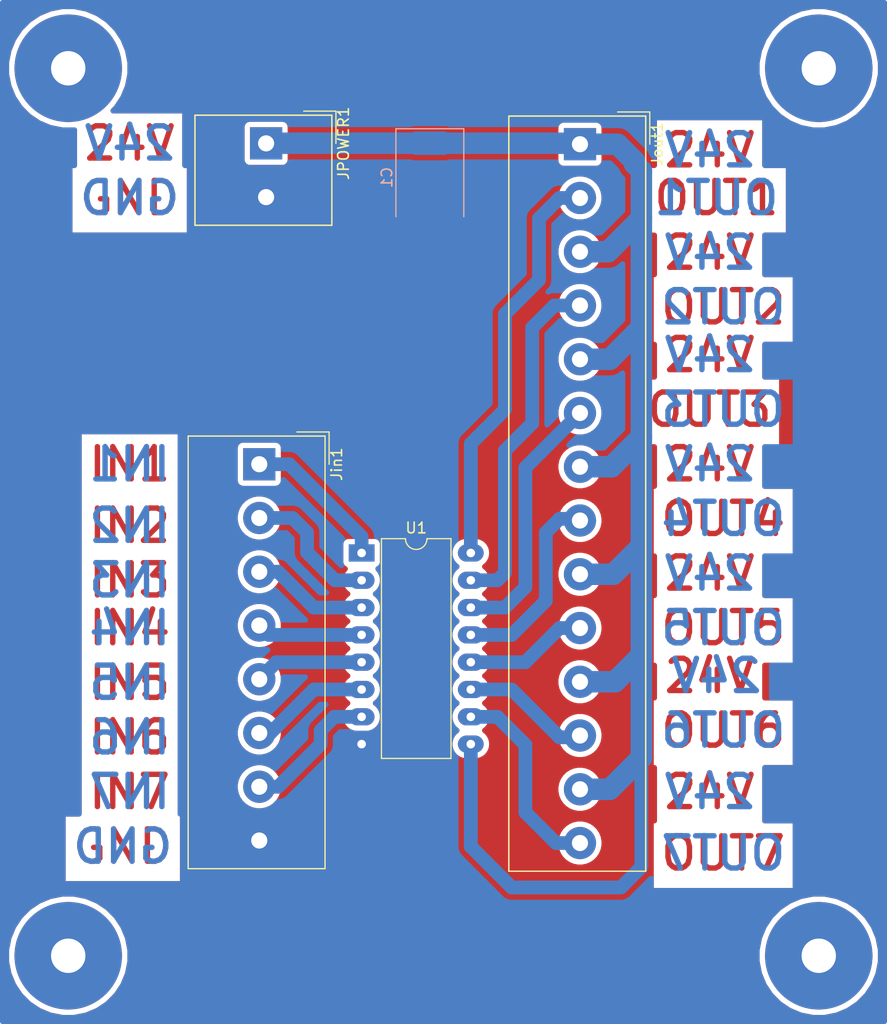
<source format=kicad_pcb>
(kicad_pcb (version 20171130) (host pcbnew 5.1.5+dfsg1-2build2)

  (general
    (thickness 1.6)
    (drawings 48)
    (tracks 106)
    (zones 0)
    (modules 5)
    (nets 17)
  )

  (page A4)
  (layers
    (0 F.Cu signal)
    (31 B.Cu signal)
    (32 B.Adhes user)
    (33 F.Adhes user)
    (34 B.Paste user)
    (35 F.Paste user)
    (36 B.SilkS user)
    (37 F.SilkS user)
    (38 B.Mask user)
    (39 F.Mask user)
    (40 Dwgs.User user)
    (41 Cmts.User user)
    (42 Eco1.User user)
    (43 Eco2.User user)
    (44 Edge.Cuts user)
    (45 Margin user)
    (46 B.CrtYd user)
    (47 F.CrtYd user)
    (48 B.Fab user)
    (49 F.Fab user)
  )

  (setup
    (last_trace_width 1.28)
    (user_trace_width 0.5)
    (user_trace_width 1)
    (user_trace_width 1.28)
    (user_trace_width 2)
    (trace_clearance 0.2)
    (zone_clearance 0.5)
    (zone_45_only no)
    (trace_min 0.2)
    (via_size 0.8)
    (via_drill 0.4)
    (via_min_size 0.4)
    (via_min_drill 0.3)
    (user_via 1 0.4)
    (user_via 2 0.5)
    (user_via 10 3.2)
    (uvia_size 0.3)
    (uvia_drill 0.1)
    (uvias_allowed no)
    (uvia_min_size 0.2)
    (uvia_min_drill 0.1)
    (edge_width 0.05)
    (segment_width 0.2)
    (pcb_text_width 0.3)
    (pcb_text_size 1.5 1.5)
    (mod_edge_width 0.12)
    (mod_text_size 1 1)
    (mod_text_width 0.15)
    (pad_size 1.524 1.524)
    (pad_drill 0.762)
    (pad_to_mask_clearance 0.051)
    (solder_mask_min_width 0.25)
    (aux_axis_origin 0 0)
    (visible_elements FFFFFF7F)
    (pcbplotparams
      (layerselection 0x010fc_ffffffff)
      (usegerberextensions false)
      (usegerberattributes false)
      (usegerberadvancedattributes false)
      (creategerberjobfile false)
      (excludeedgelayer true)
      (linewidth 0.100000)
      (plotframeref false)
      (viasonmask false)
      (mode 1)
      (useauxorigin false)
      (hpglpennumber 1)
      (hpglpenspeed 20)
      (hpglpendiameter 15.000000)
      (psnegative false)
      (psa4output false)
      (plotreference true)
      (plotvalue true)
      (plotinvisibletext false)
      (padsonsilk false)
      (subtractmaskfromsilk false)
      (outputformat 1)
      (mirror false)
      (drillshape 1)
      (scaleselection 1)
      (outputdirectory ""))
  )

  (net 0 "")
  (net 1 +24V)
  (net 2 GND)
  (net 3 /IN1)
  (net 4 /IN2)
  (net 5 /IN3)
  (net 6 /IN4)
  (net 7 /IN5)
  (net 8 /IN6)
  (net 9 /IN7)
  (net 10 /CONTROL1)
  (net 11 /CONTROL2)
  (net 12 /CONTROL3)
  (net 13 /CONTROL4)
  (net 14 /CONTROL5)
  (net 15 /CONTROL6)
  (net 16 /CONTROL7)

  (net_class Default "Esta es la clase de red por defecto."
    (clearance 0.2)
    (trace_width 0.25)
    (via_dia 0.8)
    (via_drill 0.4)
    (uvia_dia 0.3)
    (uvia_drill 0.1)
    (add_net +24V)
    (add_net /CONTROL1)
    (add_net /CONTROL2)
    (add_net /CONTROL3)
    (add_net /CONTROL4)
    (add_net /CONTROL5)
    (add_net /CONTROL6)
    (add_net /CONTROL7)
    (add_net /IN1)
    (add_net /IN2)
    (add_net /IN3)
    (add_net /IN4)
    (add_net /IN5)
    (add_net /IN6)
    (add_net /IN7)
    (add_net GND)
  )

  (module TerminalBlock_Altech:Altech_AK300_1x08_P5.00mm_45-Degree (layer F.Cu) (tedit 5C27907F) (tstamp 6067B96C)
    (at 49.53 74.93 270)
    (descr "Altech AK300 serie terminal block (Script generated with StandardBox.py) (http://www.altechcorp.com/PDFS/PCBMETRC.PDF)")
    (tags "Altech AK300 serie connector")
    (path /60673082)
    (fp_text reference Jin1 (at 0 -7.2 90) (layer F.SilkS)
      (effects (font (size 1 1) (thickness 0.15)))
    )
    (fp_text value Conn_01x08_Male (at 17.5 7.5 90) (layer F.Fab)
      (effects (font (size 1 1) (thickness 0.15)))
    )
    (fp_line (start -2 -6) (end 37.5 -6) (layer F.Fab) (width 0.1))
    (fp_line (start 37.5 -6) (end 37.5 6.5) (layer F.Fab) (width 0.1))
    (fp_line (start 37.5 6.5) (end -2.5 6.5) (layer F.Fab) (width 0.1))
    (fp_line (start -2.5 6.5) (end -2.5 -5.5) (layer F.Fab) (width 0.1))
    (fp_line (start -2.5 -5.5) (end -2 -6) (layer F.Fab) (width 0.1))
    (fp_line (start -3 -3.5) (end -3 -6.5) (layer F.SilkS) (width 0.12))
    (fp_line (start -3 -6.5) (end 0 -6.5) (layer F.SilkS) (width 0.12))
    (fp_line (start -2.62 -6.12) (end 37.62 -6.12) (layer F.SilkS) (width 0.12))
    (fp_line (start 37.62 -6.12) (end 37.62 6.62) (layer F.SilkS) (width 0.12))
    (fp_line (start -2.62 6.62) (end 37.62 6.62) (layer F.SilkS) (width 0.12))
    (fp_line (start -2.62 -6.12) (end -2.62 6.62) (layer F.SilkS) (width 0.12))
    (fp_line (start -2.62 -6.12) (end 37.62 -6.12) (layer F.SilkS) (width 0.12))
    (fp_line (start 37.62 -6.12) (end 37.62 6.62) (layer F.SilkS) (width 0.12))
    (fp_line (start -2.62 6.62) (end 37.62 6.62) (layer F.SilkS) (width 0.12))
    (fp_line (start -2.62 -6.12) (end -2.62 6.62) (layer F.SilkS) (width 0.12))
    (fp_line (start -2.75 -6.25) (end 37.75 -6.25) (layer F.CrtYd) (width 0.05))
    (fp_line (start 37.75 -6.25) (end 37.75 6.75) (layer F.CrtYd) (width 0.05))
    (fp_line (start -2.75 6.75) (end 37.75 6.75) (layer F.CrtYd) (width 0.05))
    (fp_line (start -2.75 -6.25) (end -2.75 6.75) (layer F.CrtYd) (width 0.05))
    (fp_text user %R (at 17.5 0.25 90) (layer F.Fab)
      (effects (font (size 1 1) (thickness 0.15)))
    )
    (pad 1 thru_hole rect (at 0 0 270) (size 3 3) (drill 1.5) (layers *.Cu *.Mask)
      (net 3 /IN1))
    (pad 2 thru_hole circle (at 5 0 270) (size 3 3) (drill 1.5) (layers *.Cu *.Mask)
      (net 4 /IN2))
    (pad 3 thru_hole circle (at 10 0 270) (size 3 3) (drill 1.5) (layers *.Cu *.Mask)
      (net 5 /IN3))
    (pad 4 thru_hole circle (at 15 0 270) (size 3 3) (drill 1.5) (layers *.Cu *.Mask)
      (net 6 /IN4))
    (pad 5 thru_hole circle (at 20 0 270) (size 3 3) (drill 1.5) (layers *.Cu *.Mask)
      (net 7 /IN5))
    (pad 6 thru_hole circle (at 25 0 270) (size 3 3) (drill 1.5) (layers *.Cu *.Mask)
      (net 8 /IN6))
    (pad 7 thru_hole circle (at 30 0 270) (size 3 3) (drill 1.5) (layers *.Cu *.Mask)
      (net 9 /IN7))
    (pad 8 thru_hole circle (at 35 0 270) (size 3 3) (drill 1.5) (layers *.Cu *.Mask)
      (net 2 GND))
    (model ${KISYS3DMOD}/TerminalBlock_Altech.3dshapes/Altech_AK300_1x08_P5.00mm_45-Degree.wrl
      (at (xyz 0 0 0))
      (scale (xyz 1 1 1))
      (rotate (xyz 0 0 0))
    )
  )

  (module TerminalBlock_Altech:Altech_AK300_1x14_P5.00mm_45-Degree (layer F.Cu) (tedit 5C27907F) (tstamp 6067C728)
    (at 79.375 45.165 270)
    (descr "Altech AK300 serie terminal block (Script generated with StandardBox.py) (http://www.altechcorp.com/PDFS/PCBMETRC.PDF)")
    (tags "Altech AK300 serie connector")
    (path /606817DD)
    (fp_text reference Jout1 (at 0 -7.2 90) (layer F.SilkS)
      (effects (font (size 1 1) (thickness 0.15)))
    )
    (fp_text value Conn_01x14_Female (at 32.5 7.5 90) (layer F.Fab)
      (effects (font (size 1 1) (thickness 0.15)))
    )
    (fp_line (start -2 -6) (end 67.5 -6) (layer F.Fab) (width 0.1))
    (fp_line (start 67.5 -6) (end 67.5 6.5) (layer F.Fab) (width 0.1))
    (fp_line (start 67.5 6.5) (end -2.5 6.5) (layer F.Fab) (width 0.1))
    (fp_line (start -2.5 6.5) (end -2.5 -5.5) (layer F.Fab) (width 0.1))
    (fp_line (start -2.5 -5.5) (end -2 -6) (layer F.Fab) (width 0.1))
    (fp_line (start -3 -3.5) (end -3 -6.5) (layer F.SilkS) (width 0.12))
    (fp_line (start -3 -6.5) (end 0 -6.5) (layer F.SilkS) (width 0.12))
    (fp_line (start -2.62 -6.12) (end 67.62 -6.12) (layer F.SilkS) (width 0.12))
    (fp_line (start 67.62 -6.12) (end 67.62 6.62) (layer F.SilkS) (width 0.12))
    (fp_line (start -2.62 6.62) (end 67.62 6.62) (layer F.SilkS) (width 0.12))
    (fp_line (start -2.62 -6.12) (end -2.62 6.62) (layer F.SilkS) (width 0.12))
    (fp_line (start -2.62 -6.12) (end 67.62 -6.12) (layer F.SilkS) (width 0.12))
    (fp_line (start 67.62 -6.12) (end 67.62 6.62) (layer F.SilkS) (width 0.12))
    (fp_line (start -2.62 6.62) (end 67.62 6.62) (layer F.SilkS) (width 0.12))
    (fp_line (start -2.62 -6.12) (end -2.62 6.62) (layer F.SilkS) (width 0.12))
    (fp_line (start -2.75 -6.25) (end 67.75 -6.25) (layer F.CrtYd) (width 0.05))
    (fp_line (start 67.75 -6.25) (end 67.75 6.75) (layer F.CrtYd) (width 0.05))
    (fp_line (start -2.75 6.75) (end 67.75 6.75) (layer F.CrtYd) (width 0.05))
    (fp_line (start -2.75 -6.25) (end -2.75 6.75) (layer F.CrtYd) (width 0.05))
    (fp_text user %R (at 32.5 0.25 90) (layer F.Fab)
      (effects (font (size 1 1) (thickness 0.15)))
    )
    (pad 1 thru_hole rect (at 0 0 270) (size 3 3) (drill 1.5) (layers *.Cu *.Mask)
      (net 1 +24V))
    (pad 2 thru_hole circle (at 5 0 270) (size 3 3) (drill 1.5) (layers *.Cu *.Mask)
      (net 10 /CONTROL1))
    (pad 3 thru_hole circle (at 10 0 270) (size 3 3) (drill 1.5) (layers *.Cu *.Mask)
      (net 1 +24V))
    (pad 4 thru_hole circle (at 15 0 270) (size 3 3) (drill 1.5) (layers *.Cu *.Mask)
      (net 11 /CONTROL2))
    (pad 5 thru_hole circle (at 20 0 270) (size 3 3) (drill 1.5) (layers *.Cu *.Mask)
      (net 1 +24V))
    (pad 6 thru_hole circle (at 25 0 270) (size 3 3) (drill 1.5) (layers *.Cu *.Mask)
      (net 12 /CONTROL3))
    (pad 7 thru_hole circle (at 30 0 270) (size 3 3) (drill 1.5) (layers *.Cu *.Mask)
      (net 1 +24V))
    (pad 8 thru_hole circle (at 35 0 270) (size 3 3) (drill 1.5) (layers *.Cu *.Mask)
      (net 13 /CONTROL4))
    (pad 9 thru_hole circle (at 40 0 270) (size 3 3) (drill 1.5) (layers *.Cu *.Mask)
      (net 1 +24V))
    (pad 10 thru_hole circle (at 45 0 270) (size 3 3) (drill 1.5) (layers *.Cu *.Mask)
      (net 14 /CONTROL5))
    (pad 11 thru_hole circle (at 50 0 270) (size 3 3) (drill 1.5) (layers *.Cu *.Mask)
      (net 1 +24V))
    (pad 12 thru_hole circle (at 55 0 270) (size 3 3) (drill 1.5) (layers *.Cu *.Mask)
      (net 15 /CONTROL6))
    (pad 13 thru_hole circle (at 60 0 270) (size 3 3) (drill 1.5) (layers *.Cu *.Mask)
      (net 1 +24V))
    (pad 14 thru_hole circle (at 65 0 270) (size 3 3) (drill 1.5) (layers *.Cu *.Mask)
      (net 16 /CONTROL7))
    (model ${KISYS3DMOD}/TerminalBlock_Altech.3dshapes/Altech_AK300_1x14_P5.00mm_45-Degree.wrl
      (at (xyz 0 0 0))
      (scale (xyz 1 1 1))
      (rotate (xyz 0 0 0))
    )
  )

  (module Capacitor_Tantalum_SMD:CP_EIA-7361-438_AVX-U_Pad2.18x3.30mm_HandSolder (layer B.Cu) (tedit 5B301BBE) (tstamp 6067CE54)
    (at 65.405 48.26 270)
    (descr "Tantalum Capacitor SMD AVX-U (7361-438 Metric), IPC_7351 nominal, (Body size from: http://datasheets.avx.com/NOS.pdf), generated with kicad-footprint-generator")
    (tags "capacitor tantalum")
    (path /6068700D)
    (attr smd)
    (fp_text reference C1 (at 0 4 270) (layer B.SilkS)
      (effects (font (size 1 1) (thickness 0.15)) (justify mirror))
    )
    (fp_text value CP1 (at 0 -4 270) (layer B.Fab)
      (effects (font (size 1 1) (thickness 0.15)) (justify mirror))
    )
    (fp_line (start 3.65 3.05) (end -2.65 3.05) (layer B.Fab) (width 0.1))
    (fp_line (start -2.65 3.05) (end -3.65 2.05) (layer B.Fab) (width 0.1))
    (fp_line (start -3.65 2.05) (end -3.65 -3.05) (layer B.Fab) (width 0.1))
    (fp_line (start -3.65 -3.05) (end 3.65 -3.05) (layer B.Fab) (width 0.1))
    (fp_line (start 3.65 -3.05) (end 3.65 3.05) (layer B.Fab) (width 0.1))
    (fp_line (start 3.65 3.16) (end -4.535 3.16) (layer B.SilkS) (width 0.12))
    (fp_line (start -4.535 3.16) (end -4.535 -3.16) (layer B.SilkS) (width 0.12))
    (fp_line (start -4.535 -3.16) (end 3.65 -3.16) (layer B.SilkS) (width 0.12))
    (fp_line (start -4.52 -3.3) (end -4.52 3.3) (layer B.CrtYd) (width 0.05))
    (fp_line (start -4.52 3.3) (end 4.52 3.3) (layer B.CrtYd) (width 0.05))
    (fp_line (start 4.52 3.3) (end 4.52 -3.3) (layer B.CrtYd) (width 0.05))
    (fp_line (start 4.52 -3.3) (end -4.52 -3.3) (layer B.CrtYd) (width 0.05))
    (fp_text user %R (at 0 0 270) (layer B.Fab)
      (effects (font (size 1 1) (thickness 0.15)) (justify mirror))
    )
    (pad 1 smd roundrect (at -3.1875 0 270) (size 2.175 3.3) (layers B.Cu B.Paste B.Mask) (roundrect_rratio 0.114943)
      (net 1 +24V))
    (pad 2 smd roundrect (at 3.1875 0 270) (size 2.175 3.3) (layers B.Cu B.Paste B.Mask) (roundrect_rratio 0.114943)
      (net 2 GND))
    (model ${KISYS3DMOD}/Capacitor_Tantalum_SMD.3dshapes/CP_EIA-7361-438_AVX-U.wrl
      (at (xyz 0 0 0))
      (scale (xyz 1 1 1))
      (rotate (xyz 0 0 0))
    )
  )

  (module TerminalBlock_Altech:Altech_AK300_1x02_P5.00mm_45-Degree (layer F.Cu) (tedit 5C27907F) (tstamp 6067C7BE)
    (at 50.165 45.085 270)
    (descr "Altech AK300 serie terminal block (Script generated with StandardBox.py) (http://www.altechcorp.com/PDFS/PCBMETRC.PDF)")
    (tags "Altech AK300 serie connector")
    (path /606843C2)
    (fp_text reference JPOWER1 (at 0 -7.2 90) (layer F.SilkS)
      (effects (font (size 1 1) (thickness 0.15)))
    )
    (fp_text value Conn_01x02_Male (at 2.5 7.5 90) (layer F.Fab)
      (effects (font (size 1 1) (thickness 0.15)))
    )
    (fp_text user %R (at 2.5 0.25 90) (layer F.Fab)
      (effects (font (size 1 1) (thickness 0.15)))
    )
    (fp_line (start -2.75 -6.25) (end -2.75 6.75) (layer F.CrtYd) (width 0.05))
    (fp_line (start -2.75 6.75) (end 7.75 6.75) (layer F.CrtYd) (width 0.05))
    (fp_line (start 7.75 -6.25) (end 7.75 6.75) (layer F.CrtYd) (width 0.05))
    (fp_line (start -2.75 -6.25) (end 7.75 -6.25) (layer F.CrtYd) (width 0.05))
    (fp_line (start -2.62 -6.12) (end -2.62 6.62) (layer F.SilkS) (width 0.12))
    (fp_line (start -2.62 6.62) (end 7.62 6.62) (layer F.SilkS) (width 0.12))
    (fp_line (start 7.62 -6.12) (end 7.62 6.62) (layer F.SilkS) (width 0.12))
    (fp_line (start -2.62 -6.12) (end 7.62 -6.12) (layer F.SilkS) (width 0.12))
    (fp_line (start -2.62 -6.12) (end -2.62 6.62) (layer F.SilkS) (width 0.12))
    (fp_line (start -2.62 6.62) (end 7.62 6.62) (layer F.SilkS) (width 0.12))
    (fp_line (start 7.62 -6.12) (end 7.62 6.62) (layer F.SilkS) (width 0.12))
    (fp_line (start -2.62 -6.12) (end 7.62 -6.12) (layer F.SilkS) (width 0.12))
    (fp_line (start -3 -6.5) (end 0 -6.5) (layer F.SilkS) (width 0.12))
    (fp_line (start -3 -3.5) (end -3 -6.5) (layer F.SilkS) (width 0.12))
    (fp_line (start -2.5 -5.5) (end -2 -6) (layer F.Fab) (width 0.1))
    (fp_line (start -2.5 6.5) (end -2.5 -5.5) (layer F.Fab) (width 0.1))
    (fp_line (start 7.5 6.5) (end -2.5 6.5) (layer F.Fab) (width 0.1))
    (fp_line (start 7.5 -6) (end 7.5 6.5) (layer F.Fab) (width 0.1))
    (fp_line (start -2 -6) (end 7.5 -6) (layer F.Fab) (width 0.1))
    (pad 2 thru_hole circle (at 5 0 270) (size 3 3) (drill 1.5) (layers *.Cu *.Mask)
      (net 2 GND))
    (pad 1 thru_hole rect (at 0 0 270) (size 3 3) (drill 1.5) (layers *.Cu *.Mask)
      (net 1 +24V))
    (model ${KISYS3DMOD}/TerminalBlock_Altech.3dshapes/Altech_AK300_1x02_P5.00mm_45-Degree.wrl
      (at (xyz 0 0 0))
      (scale (xyz 1 1 1))
      (rotate (xyz 0 0 0))
    )
  )

  (module Package_DIP:DIP-16_W10.16mm_LongPads (layer F.Cu) (tedit 5A02E8C5) (tstamp 606ABEF7)
    (at 59.055 83.185)
    (descr "16-lead though-hole mounted DIP package, row spacing 10.16 mm (400 mils), LongPads")
    (tags "THT DIP DIL PDIP 2.54mm 10.16mm 400mil LongPads")
    (path /60672508)
    (fp_text reference U1 (at 5.08 -2.33) (layer F.SilkS)
      (effects (font (size 1 1) (thickness 0.15)))
    )
    (fp_text value ULN2003A (at 5.08 20.11) (layer F.Fab)
      (effects (font (size 1 1) (thickness 0.15)))
    )
    (fp_arc (start 5.08 -1.33) (end 4.08 -1.33) (angle -180) (layer F.SilkS) (width 0.12))
    (fp_line (start 2.905 -1.27) (end 8.255 -1.27) (layer F.Fab) (width 0.1))
    (fp_line (start 8.255 -1.27) (end 8.255 19.05) (layer F.Fab) (width 0.1))
    (fp_line (start 8.255 19.05) (end 1.905 19.05) (layer F.Fab) (width 0.1))
    (fp_line (start 1.905 19.05) (end 1.905 -0.27) (layer F.Fab) (width 0.1))
    (fp_line (start 1.905 -0.27) (end 2.905 -1.27) (layer F.Fab) (width 0.1))
    (fp_line (start 4.08 -1.33) (end 1.845 -1.33) (layer F.SilkS) (width 0.12))
    (fp_line (start 1.845 -1.33) (end 1.845 19.11) (layer F.SilkS) (width 0.12))
    (fp_line (start 1.845 19.11) (end 8.315 19.11) (layer F.SilkS) (width 0.12))
    (fp_line (start 8.315 19.11) (end 8.315 -1.33) (layer F.SilkS) (width 0.12))
    (fp_line (start 8.315 -1.33) (end 6.08 -1.33) (layer F.SilkS) (width 0.12))
    (fp_line (start -1.5 -1.55) (end -1.5 19.3) (layer F.CrtYd) (width 0.05))
    (fp_line (start -1.5 19.3) (end 11.65 19.3) (layer F.CrtYd) (width 0.05))
    (fp_line (start 11.65 19.3) (end 11.65 -1.55) (layer F.CrtYd) (width 0.05))
    (fp_line (start 11.65 -1.55) (end -1.5 -1.55) (layer F.CrtYd) (width 0.05))
    (fp_text user %R (at 5.08 8.89) (layer F.Fab)
      (effects (font (size 1 1) (thickness 0.15)))
    )
    (pad 1 thru_hole rect (at 0 0) (size 2.4 1.6) (drill 0.8) (layers *.Cu *.Mask)
      (net 3 /IN1))
    (pad 9 thru_hole oval (at 10.16 17.78) (size 2.4 1.6) (drill 0.8) (layers *.Cu *.Mask)
      (net 1 +24V))
    (pad 2 thru_hole oval (at 0 2.54) (size 2.4 1.6) (drill 0.8) (layers *.Cu *.Mask)
      (net 4 /IN2))
    (pad 10 thru_hole oval (at 10.16 15.24) (size 2.4 1.6) (drill 0.8) (layers *.Cu *.Mask)
      (net 16 /CONTROL7))
    (pad 3 thru_hole oval (at 0 5.08) (size 2.4 1.6) (drill 0.8) (layers *.Cu *.Mask)
      (net 5 /IN3))
    (pad 11 thru_hole oval (at 10.16 12.7) (size 2.4 1.6) (drill 0.8) (layers *.Cu *.Mask)
      (net 15 /CONTROL6))
    (pad 4 thru_hole oval (at 0 7.62) (size 2.4 1.6) (drill 0.8) (layers *.Cu *.Mask)
      (net 6 /IN4))
    (pad 12 thru_hole oval (at 10.16 10.16) (size 2.4 1.6) (drill 0.8) (layers *.Cu *.Mask)
      (net 14 /CONTROL5))
    (pad 5 thru_hole oval (at 0 10.16) (size 2.4 1.6) (drill 0.8) (layers *.Cu *.Mask)
      (net 7 /IN5))
    (pad 13 thru_hole oval (at 10.16 7.62) (size 2.4 1.6) (drill 0.8) (layers *.Cu *.Mask)
      (net 13 /CONTROL4))
    (pad 6 thru_hole oval (at 0 12.7) (size 2.4 1.6) (drill 0.8) (layers *.Cu *.Mask)
      (net 8 /IN6))
    (pad 14 thru_hole oval (at 10.16 5.08) (size 2.4 1.6) (drill 0.8) (layers *.Cu *.Mask)
      (net 12 /CONTROL3))
    (pad 7 thru_hole oval (at 0 15.24) (size 2.4 1.6) (drill 0.8) (layers *.Cu *.Mask)
      (net 9 /IN7))
    (pad 15 thru_hole oval (at 10.16 2.54) (size 2.4 1.6) (drill 0.8) (layers *.Cu *.Mask)
      (net 11 /CONTROL2))
    (pad 8 thru_hole oval (at 0 17.78) (size 2.4 1.6) (drill 0.8) (layers *.Cu *.Mask)
      (net 2 GND))
    (pad 16 thru_hole oval (at 10.16 0) (size 2.4 1.6) (drill 0.8) (layers *.Cu *.Mask)
      (net 10 /CONTROL1))
    (model ${KISYS3DMOD}/Package_DIP.3dshapes/DIP-16_W10.16mm.wrl
      (at (xyz 0 0 0))
      (scale (xyz 1 1 1))
      (rotate (xyz 0 0 0))
    )
  )

  (gr_text IN7 (at 37.465 105.41) (layer B.Cu) (tstamp 606AC2CE)
    (effects (font (size 3 3) (thickness 0.5)) (justify mirror))
  )
  (gr_text IN6 (at 37.465 100.33) (layer B.Cu) (tstamp 606AC2CB)
    (effects (font (size 3 3) (thickness 0.5)) (justify mirror))
  )
  (gr_text IN5 (at 37.465 95.25) (layer B.Cu) (tstamp 606AC2C8)
    (effects (font (size 3 3) (thickness 0.5)) (justify mirror))
  )
  (gr_text IN4 (at 37.465 90.17) (layer B.Cu) (tstamp 606AC2C5)
    (effects (font (size 3 3) (thickness 0.5)) (justify mirror))
  )
  (gr_text IN3 (at 37.465 85.725) (layer B.Cu) (tstamp 606AC2E9)
    (effects (font (size 3 3) (thickness 0.5)) (justify mirror))
  )
  (gr_text IN2 (at 37.465 80.645) (layer B.Cu) (tstamp 606AC2E6)
    (effects (font (size 3 3) (thickness 0.5)) (justify mirror))
  )
  (gr_text IN1 (at 37.465 74.93) (layer B.Cu) (tstamp 606AC2E3)
    (effects (font (size 3 3) (thickness 0.5)) (justify mirror))
  )
  (gr_text GND (at 36.83 110.49) (layer B.Cu) (tstamp 606AC2E0)
    (effects (font (size 3 3) (thickness 0.5)) (justify mirror))
  )
  (gr_text "GND\n" (at 37.465 50.165) (layer B.Cu) (tstamp 6067DCA4)
    (effects (font (size 3 3) (thickness 0.5)) (justify mirror))
  )
  (gr_text 24V (at 37.465 45.085) (layer B.Cu) (tstamp 6067DCA1)
    (effects (font (size 3 3) (thickness 0.5)) (justify mirror))
  )
  (gr_text OUT2 (at 92.71 60.325) (layer B.Cu) (tstamp 6067DC9E)
    (effects (font (size 3 3) (thickness 0.5)) (justify mirror))
  )
  (gr_text OUT3 (at 92.71 69.85) (layer B.Cu) (tstamp 6067DC9B)
    (effects (font (size 3 3) (thickness 0.5)) (justify mirror))
  )
  (gr_text OUT4 (at 92.71 80.01) (layer B.Cu) (tstamp 6067DC98)
    (effects (font (size 3 3) (thickness 0.5)) (justify mirror))
  )
  (gr_text OUT5 (at 92.71 90.17) (layer B.Cu) (tstamp 6067DC95)
    (effects (font (size 3 3) (thickness 0.5)) (justify mirror))
  )
  (gr_text OUT6 (at 92.71 99.695) (layer B.Cu) (tstamp 6067DC92)
    (effects (font (size 3 3) (thickness 0.5)) (justify mirror))
  )
  (gr_text OUT7 (at 92.71 111.125) (layer B.Cu) (tstamp 6067DD1F)
    (effects (font (size 3 3) (thickness 0.5)) (justify mirror))
  )
  (gr_text 24V (at 91.44 105.41) (layer B.Cu) (tstamp 6067DD19)
    (effects (font (size 3 3) (thickness 0.5)) (justify mirror))
  )
  (gr_text 24V (at 92.075 94.615) (layer B.Cu) (tstamp 6067DC85)
    (effects (font (size 3 3) (thickness 0.5)) (justify mirror))
  )
  (gr_text 24V (at 91.44 85.09) (layer B.Cu) (tstamp 6067DC85)
    (effects (font (size 3 3) (thickness 0.5)) (justify mirror))
  )
  (gr_text 24V (at 91.44 74.93) (layer B.Cu) (tstamp 6067DC85)
    (effects (font (size 3 3) (thickness 0.5)) (justify mirror))
  )
  (gr_text 24V (at 91.44 64.77) (layer B.Cu) (tstamp 6067DC85)
    (effects (font (size 3 3) (thickness 0.5)) (justify mirror))
  )
  (gr_text 24V (at 91.44 55.245) (layer B.Cu) (tstamp 6067DD01)
    (effects (font (size 3 3) (thickness 0.5)) (justify mirror))
  )
  (gr_text OUT1 (at 92.075 50.165) (layer B.Cu) (tstamp 6067DC82)
    (effects (font (size 3 3) (thickness 0.5)) (justify mirror))
  )
  (gr_text 24V (at 91.44 45.72) (layer B.Cu) (tstamp 6067DCF8)
    (effects (font (size 3 3) (thickness 0.5)) (justify mirror))
  )
  (gr_text IN7 (at 37.465 105.41) (layer F.Cu) (tstamp 606AC2C2)
    (effects (font (size 3 3) (thickness 0.5)))
  )
  (gr_text IN6 (at 37.465 100.33) (layer F.Cu) (tstamp 606AC2BF)
    (effects (font (size 3 3) (thickness 0.5)))
  )
  (gr_text IN5 (at 37.465 95.25) (layer F.Cu) (tstamp 606AC2BC)
    (effects (font (size 3 3) (thickness 0.5)))
  )
  (gr_text IN4 (at 37.465 90.17) (layer F.Cu) (tstamp 606AC2B9)
    (effects (font (size 3 3) (thickness 0.5)))
  )
  (gr_text IN3 (at 37.465 85.725) (layer F.Cu) (tstamp 606AC2DA)
    (effects (font (size 3 3) (thickness 0.5)))
  )
  (gr_text IN2 (at 37.465 80.645) (layer F.Cu) (tstamp 606AC2D7)
    (effects (font (size 3 3) (thickness 0.5)))
  )
  (gr_text IN1 (at 37.465 74.93) (layer F.Cu) (tstamp 606AC2D4)
    (effects (font (size 3 3) (thickness 0.5)))
  )
  (gr_text GND (at 36.83 110.49) (layer F.Cu) (tstamp 606AC2D1)
    (effects (font (size 3 3) (thickness 0.5)))
  )
  (gr_text 24V (at 91.44 45.72) (layer F.Cu) (tstamp 6067DC03)
    (effects (font (size 3 3) (thickness 0.5)))
  )
  (gr_text OUT1 (at 92.075 50.165) (layer F.Cu) (tstamp 6067DC03)
    (effects (font (size 3 3) (thickness 0.5)))
  )
  (gr_text 24V (at 91.44 55.245) (layer F.Cu) (tstamp 6067DC03)
    (effects (font (size 3 3) (thickness 0.5)))
  )
  (gr_text OUT2 (at 92.71 60.325) (layer F.Cu) (tstamp 6067DC03)
    (effects (font (size 3 3) (thickness 0.5)))
  )
  (gr_text 24V (at 91.44 64.77) (layer F.Cu) (tstamp 6067DC03)
    (effects (font (size 3 3) (thickness 0.5)))
  )
  (gr_text OUT3 (at 91.44 69.85) (layer F.Cu) (tstamp 6067DC03)
    (effects (font (size 3 3) (thickness 0.5)))
  )
  (gr_text 24V (at 91.44 74.93) (layer F.Cu) (tstamp 6067DC03)
    (effects (font (size 3 3) (thickness 0.5)))
  )
  (gr_text OUT4 (at 92.71 80.01) (layer F.Cu) (tstamp 6067DC03)
    (effects (font (size 3 3) (thickness 0.5)))
  )
  (gr_text OUT5 (at 92.71 90.17) (layer F.Cu) (tstamp 6067DC03)
    (effects (font (size 3 3) (thickness 0.5)))
  )
  (gr_text OUT6 (at 92.71 99.695) (layer F.Cu) (tstamp 6067DD30)
    (effects (font (size 3 3) (thickness 0.5)))
  )
  (gr_text OUT7 (at 92.71 111.125) (layer F.Cu) (tstamp 6067DD36)
    (effects (font (size 3 3) (thickness 0.5)))
  )
  (gr_text 24V (at 91.44 105.41) (layer F.Cu) (tstamp 6067DC03)
    (effects (font (size 3 3) (thickness 0.5)))
  )
  (gr_text 24V (at 91.44 94.615) (layer F.Cu) (tstamp 6067DC03)
    (effects (font (size 3 3) (thickness 0.5)))
  )
  (gr_text 24V (at 91.44 85.09) (layer F.Cu) (tstamp 6067DC03)
    (effects (font (size 3 3) (thickness 0.5)))
  )
  (gr_text "GND\n" (at 37.465 50.165) (layer F.Cu) (tstamp 6067DC03)
    (effects (font (size 3 3) (thickness 0.5)))
  )
  (gr_text 24V (at 37.465 45.085) (layer F.Cu)
    (effects (font (size 3 3) (thickness 0.5)))
  )

  (via (at 31.75 38.1) (size 10) (drill 3.2) (layers F.Cu B.Cu) (net 0))
  (via (at 101.6 38.1) (size 10) (drill 3.2) (layers F.Cu B.Cu) (net 0))
  (via (at 31.75 120.65) (size 10) (drill 3.2) (layers F.Cu B.Cu) (net 0) (tstamp 606AC2DD))
  (via (at 101.6 120.65) (size 10) (drill 3.2) (layers F.Cu B.Cu) (net 0))
  (segment (start 50.1775 45.0725) (end 50.165 45.085) (width 2) (layer B.Cu) (net 1) (status 30))
  (segment (start 65.405 45.0725) (end 50.1775 45.0725) (width 2) (layer B.Cu) (net 1) (status 30))
  (segment (start 85.09 72.39) (end 85.09 82.55) (width 2) (layer B.Cu) (net 1))
  (segment (start 85.09 92.71) (end 85.09 102.235) (width 2) (layer B.Cu) (net 1))
  (segment (start 85.09 47.625) (end 85.09 52.07) (width 2) (layer B.Cu) (net 1))
  (segment (start 85.09 82.55) (end 85.09 92.71) (width 2) (layer B.Cu) (net 1))
  (segment (start 82.315 75.165) (end 85.09 72.39) (width 2) (layer B.Cu) (net 1))
  (segment (start 82.875 45.165) (end 84.455 46.745) (width 2) (layer B.Cu) (net 1))
  (segment (start 84.455 46.745) (end 84.455 46.99) (width 2) (layer B.Cu) (net 1))
  (segment (start 85.09 102.235) (end 82.16 105.165) (width 2) (layer B.Cu) (net 1))
  (segment (start 82.155 65.165) (end 85.09 62.23) (width 2) (layer B.Cu) (net 1))
  (segment (start 82.635 95.165) (end 85.09 92.71) (width 2) (layer B.Cu) (net 1))
  (segment (start 82.475 85.165) (end 85.09 82.55) (width 2) (layer B.Cu) (net 1))
  (segment (start 81.995 55.165) (end 85.09 52.07) (width 2) (layer B.Cu) (net 1))
  (segment (start 85.09 62.23) (end 85.09 72.39) (width 2) (layer B.Cu) (net 1))
  (segment (start 85.09 52.07) (end 85.09 62.23) (width 2) (layer B.Cu) (net 1))
  (segment (start 84.455 46.99) (end 85.09 47.625) (width 2) (layer B.Cu) (net 1))
  (segment (start 79.2825 45.0725) (end 79.375 45.165) (width 2) (layer B.Cu) (net 1))
  (segment (start 65.405 45.0725) (end 79.2825 45.0725) (width 2) (layer B.Cu) (net 1))
  (segment (start 82.875 45.165) (end 79.375 45.165) (width 2) (layer B.Cu) (net 1))
  (segment (start 81.995 55.165) (end 79.375 55.165) (width 2) (layer B.Cu) (net 1))
  (segment (start 82.155 65.165) (end 79.375 65.165) (width 2) (layer B.Cu) (net 1))
  (segment (start 82.16 105.165) (end 79.375 105.165) (width 2) (layer B.Cu) (net 1))
  (segment (start 82.635 95.165) (end 79.375 95.165) (width 2) (layer B.Cu) (net 1))
  (segment (start 82.475 85.165) (end 79.375 85.165) (width 2) (layer B.Cu) (net 1))
  (segment (start 79.375 75.165) (end 82.315 75.165) (width 2) (layer B.Cu) (net 1))
  (segment (start 85.09 102.235) (end 85.09 112.395) (width 1.28) (layer B.Cu) (net 1))
  (segment (start 85.09 112.395) (end 83.185 114.3) (width 1.28) (layer B.Cu) (net 1))
  (segment (start 83.185 114.3) (end 73.025 114.3) (width 1.28) (layer B.Cu) (net 1))
  (segment (start 69.215 110.49) (end 69.215 100.965) (width 1.28) (layer B.Cu) (net 1))
  (segment (start 73.025 114.3) (end 69.215 110.49) (width 1.28) (layer B.Cu) (net 1))
  (segment (start 57.705 50.085) (end 50.165 50.085) (width 2) (layer B.Cu) (net 2) (status 20))
  (segment (start 60.96 53.34) (end 57.705 50.085) (width 2) (layer B.Cu) (net 2))
  (segment (start 65.405 55.245) (end 60.96 59.69) (width 2) (layer B.Cu) (net 2))
  (segment (start 65.405 51.4475) (end 65.405 55.245) (width 2) (layer B.Cu) (net 2) (status 10))
  (segment (start 60.96 53.34) (end 60.96 59.69) (width 2) (layer B.Cu) (net 2))
  (segment (start 49.53 109.93) (end 55.17 109.93) (width 1.28) (layer B.Cu) (net 2) (status 10))
  (segment (start 59.055 106.045) (end 59.055 100.965) (width 1.28) (layer B.Cu) (net 2) (status 20))
  (segment (start 55.17 109.93) (end 59.055 106.045) (width 1.28) (layer B.Cu) (net 2))
  (segment (start 59.055 106.045) (end 64.135 100.965) (width 1.28) (layer B.Cu) (net 2))
  (segment (start 64.135 100.965) (end 64.135 66.675) (width 1.28) (layer B.Cu) (net 2))
  (segment (start 64.135 66.675) (end 60.96 63.5) (width 1.28) (layer B.Cu) (net 2))
  (segment (start 60.96 59.69) (end 60.96 63.5) (width 2) (layer B.Cu) (net 2))
  (segment (start 59.055 81.675) (end 59.055 83.185) (width 1.28) (layer B.Cu) (net 3) (status 20))
  (segment (start 52.31 74.93) (end 59.055 81.675) (width 1.28) (layer B.Cu) (net 3))
  (segment (start 49.53 74.93) (end 52.31 74.93) (width 1.28) (layer B.Cu) (net 3) (status 10))
  (segment (start 56.575 85.725) (end 53.975 83.125) (width 1.28) (layer B.Cu) (net 4))
  (segment (start 59.055 85.725) (end 56.575 85.725) (width 1.28) (layer B.Cu) (net 4) (status 10))
  (segment (start 53.975 83.125) (end 53.975 81.28) (width 1.28) (layer B.Cu) (net 4))
  (segment (start 52.625 79.93) (end 49.53 79.93) (width 1.28) (layer B.Cu) (net 4) (status 20))
  (segment (start 53.975 81.28) (end 52.625 79.93) (width 1.28) (layer B.Cu) (net 4))
  (segment (start 54.61 88.265) (end 51.275 84.93) (width 1.28) (layer B.Cu) (net 5))
  (segment (start 51.275 84.93) (end 49.53 84.93) (width 1.28) (layer B.Cu) (net 5) (status 20))
  (segment (start 59.055 88.265) (end 54.61 88.265) (width 1.28) (layer B.Cu) (net 5) (status 10))
  (segment (start 50.405 90.805) (end 49.53 89.93) (width 1.28) (layer B.Cu) (net 6) (status 30))
  (segment (start 59.055 90.805) (end 50.405 90.805) (width 1.28) (layer B.Cu) (net 6) (status 30))
  (segment (start 51.115 93.345) (end 49.53 94.93) (width 1.28) (layer B.Cu) (net 7) (status 20))
  (segment (start 59.055 93.345) (end 51.115 93.345) (width 1.28) (layer B.Cu) (net 7) (status 10))
  (segment (start 50.565 99.93) (end 49.53 99.93) (width 1.28) (layer B.Cu) (net 8) (status 30))
  (segment (start 54.61 95.885) (end 50.565 99.93) (width 1.28) (layer B.Cu) (net 8) (status 20))
  (segment (start 59.055 95.885) (end 54.61 95.885) (width 1.28) (layer B.Cu) (net 8) (status 10))
  (segment (start 49.53 104.93) (end 51.28 104.93) (width 1.28) (layer B.Cu) (net 9) (status 10))
  (segment (start 51.28 104.93) (end 55.245 100.965) (width 1.28) (layer B.Cu) (net 9))
  (segment (start 55.245 100.965) (end 55.245 99.695) (width 1.28) (layer B.Cu) (net 9))
  (segment (start 56.515 98.425) (end 59.055 98.425) (width 1.28) (layer B.Cu) (net 9) (status 20))
  (segment (start 55.245 99.695) (end 56.515 98.425) (width 1.28) (layer B.Cu) (net 9))
  (segment (start 77.47 50.165) (end 79.375 50.165) (width 1.28) (layer B.Cu) (net 10))
  (segment (start 75.565 52.07) (end 77.47 50.165) (width 1.28) (layer B.Cu) (net 10))
  (segment (start 75.565 57.785) (end 75.565 52.07) (width 1.28) (layer B.Cu) (net 10))
  (segment (start 72.39 60.96) (end 75.565 57.785) (width 1.28) (layer B.Cu) (net 10))
  (segment (start 72.39 69.85) (end 72.39 60.96) (width 1.28) (layer B.Cu) (net 10))
  (segment (start 69.215 73.025) (end 72.39 69.85) (width 1.28) (layer B.Cu) (net 10))
  (segment (start 69.215 83.185) (end 69.215 73.025) (width 1.28) (layer B.Cu) (net 10))
  (segment (start 71.695 85.725) (end 72.39 85.03) (width 1.28) (layer B.Cu) (net 11))
  (segment (start 69.215 85.725) (end 71.695 85.725) (width 1.28) (layer B.Cu) (net 11))
  (segment (start 79.375 60.165) (end 76.995 60.165) (width 1.28) (layer B.Cu) (net 11))
  (segment (start 76.995 60.165) (end 74.93 62.23) (width 1.28) (layer B.Cu) (net 11))
  (segment (start 74.93 71.12) (end 72.39 73.66) (width 1.28) (layer B.Cu) (net 11))
  (segment (start 74.93 62.23) (end 74.93 71.12) (width 1.28) (layer B.Cu) (net 11))
  (segment (start 72.39 85.03) (end 72.39 73.66) (width 1.28) (layer B.Cu) (net 11))
  (segment (start 72.39 88.265) (end 69.215 88.265) (width 1.28) (layer B.Cu) (net 12))
  (segment (start 74.295 86.36) (end 72.39 88.265) (width 1.28) (layer B.Cu) (net 12))
  (segment (start 74.295 75.245) (end 74.295 86.36) (width 1.28) (layer B.Cu) (net 12))
  (segment (start 79.375 70.165) (end 74.295 75.245) (width 1.28) (layer B.Cu) (net 12))
  (segment (start 69.215 90.805) (end 73.025 90.805) (width 1.28) (layer B.Cu) (net 13))
  (segment (start 73.025 90.805) (end 76.2 87.63) (width 1.28) (layer B.Cu) (net 13))
  (segment (start 76.2 87.63) (end 76.2 81.28) (width 1.28) (layer B.Cu) (net 13))
  (segment (start 76.2 81.28) (end 77.47 80.01) (width 1.28) (layer B.Cu) (net 13))
  (segment (start 79.22 80.01) (end 79.375 80.165) (width 1.28) (layer B.Cu) (net 13))
  (segment (start 77.47 80.01) (end 79.22 80.01) (width 1.28) (layer B.Cu) (net 13))
  (segment (start 77.475 90.165) (end 79.375 90.165) (width 1.28) (layer B.Cu) (net 14))
  (segment (start 74.295 93.345) (end 77.475 90.165) (width 1.28) (layer B.Cu) (net 14))
  (segment (start 69.215 93.345) (end 74.295 93.345) (width 1.28) (layer B.Cu) (net 14))
  (segment (start 79.21 100.33) (end 79.375 100.165) (width 1.28) (layer B.Cu) (net 15))
  (segment (start 77.47 100.33) (end 79.21 100.33) (width 1.28) (layer B.Cu) (net 15))
  (segment (start 73.025 95.885) (end 77.47 100.33) (width 1.28) (layer B.Cu) (net 15))
  (segment (start 69.215 95.885) (end 73.025 95.885) (width 1.28) (layer B.Cu) (net 15))
  (segment (start 71.695 98.425) (end 74.295 101.025) (width 1.28) (layer B.Cu) (net 16))
  (segment (start 69.215 98.425) (end 71.695 98.425) (width 1.28) (layer B.Cu) (net 16))
  (segment (start 74.295 101.025) (end 74.295 107.315) (width 1.28) (layer B.Cu) (net 16))
  (segment (start 77.145 110.165) (end 79.375 110.165) (width 1.28) (layer B.Cu) (net 16))
  (segment (start 74.295 107.315) (end 77.145 110.165) (width 1.28) (layer B.Cu) (net 16))

  (zone (net 2) (net_name GND) (layer B.Cu) (tstamp 0) (hatch edge 0.508)
    (connect_pads yes (clearance 0.5))
    (min_thickness 0.5)
    (fill yes (arc_segments 32) (thermal_gap 0.5) (thermal_bridge_width 1))
    (polygon
      (pts
        (xy 107.95 127) (xy 25.4 127) (xy 25.4 31.75) (xy 107.95 31.75)
      )
    )
    (filled_polygon
      (pts
        (xy 107.7 126.75) (xy 25.65 126.75) (xy 25.65 120.083674) (xy 26 120.083674) (xy 26 121.216326)
        (xy 26.220969 122.327213) (xy 26.654416 123.373646) (xy 27.283683 124.315411) (xy 28.084589 125.116317) (xy 29.026354 125.745584)
        (xy 30.072787 126.179031) (xy 31.183674 126.4) (xy 32.316326 126.4) (xy 33.427213 126.179031) (xy 34.473646 125.745584)
        (xy 35.415411 125.116317) (xy 36.216317 124.315411) (xy 36.845584 123.373646) (xy 37.279031 122.327213) (xy 37.5 121.216326)
        (xy 37.5 120.083674) (xy 95.85 120.083674) (xy 95.85 121.216326) (xy 96.070969 122.327213) (xy 96.504416 123.373646)
        (xy 97.133683 124.315411) (xy 97.934589 125.116317) (xy 98.876354 125.745584) (xy 99.922787 126.179031) (xy 101.033674 126.4)
        (xy 102.166326 126.4) (xy 103.277213 126.179031) (xy 104.323646 125.745584) (xy 105.265411 125.116317) (xy 106.066317 124.315411)
        (xy 106.695584 123.373646) (xy 107.129031 122.327213) (xy 107.35 121.216326) (xy 107.35 120.083674) (xy 107.129031 118.972787)
        (xy 106.695584 117.926354) (xy 106.066317 116.984589) (xy 105.265411 116.183683) (xy 104.323646 115.554416) (xy 103.277213 115.120969)
        (xy 102.166326 114.9) (xy 101.033674 114.9) (xy 99.922787 115.120969) (xy 98.876354 115.554416) (xy 97.934589 116.183683)
        (xy 97.133683 116.984589) (xy 96.504416 117.926354) (xy 96.070969 118.972787) (xy 95.85 120.083674) (xy 37.5 120.083674)
        (xy 37.279031 118.972787) (xy 36.845584 117.926354) (xy 36.216317 116.984589) (xy 35.415411 116.183683) (xy 34.473646 115.554416)
        (xy 33.427213 115.120969) (xy 32.316326 114.9) (xy 31.183674 114.9) (xy 30.072787 115.120969) (xy 29.026354 115.554416)
        (xy 28.084589 116.183683) (xy 27.283683 116.984589) (xy 26.654416 117.926354) (xy 26.220969 118.972787) (xy 26 120.083674)
        (xy 25.65 120.083674) (xy 25.65 107.455) (xy 31.258572 107.455) (xy 31.258572 113.955) (xy 42.401429 113.955)
        (xy 42.401429 107.455) (xy 42.179286 107.455) (xy 42.179286 73.43) (xy 47.276372 73.43) (xy 47.276372 76.43)
        (xy 47.290853 76.577026) (xy 47.333739 76.718401) (xy 47.403381 76.848693) (xy 47.497105 76.962895) (xy 47.611307 77.056619)
        (xy 47.741599 77.126261) (xy 47.882974 77.169147) (xy 48.03 77.183628) (xy 51.03 77.183628) (xy 51.177026 77.169147)
        (xy 51.318401 77.126261) (xy 51.448693 77.056619) (xy 51.562895 76.962895) (xy 51.656619 76.848693) (xy 51.726261 76.718401)
        (xy 51.769147 76.577026) (xy 51.783628 76.43) (xy 51.783628 76.369383) (xy 57.296972 81.882729) (xy 57.228381 81.966307)
        (xy 57.158739 82.096599) (xy 57.115853 82.237974) (xy 57.101372 82.385) (xy 57.101372 83.985) (xy 57.115853 84.132026)
        (xy 57.158739 84.273401) (xy 57.191664 84.335) (xy 57.150757 84.335) (xy 55.365 82.549245) (xy 55.365 81.348276)
        (xy 55.371725 81.279999) (xy 55.357985 81.140497) (xy 55.344887 81.007512) (xy 55.265406 80.745496) (xy 55.136334 80.504021)
        (xy 54.962634 80.292366) (xy 54.909595 80.248839) (xy 53.656169 78.995414) (xy 53.612634 78.942366) (xy 53.400979 78.768666)
        (xy 53.159504 78.639594) (xy 52.897488 78.560113) (xy 52.693279 78.54) (xy 52.625 78.533275) (xy 52.556721 78.54)
        (xy 51.307284 78.54) (xy 51.277689 78.495708) (xy 50.964292 78.182311) (xy 50.595775 77.936076) (xy 50.186301 77.766466)
        (xy 49.751606 77.68) (xy 49.308394 77.68) (xy 48.873699 77.766466) (xy 48.464225 77.936076) (xy 48.095708 78.182311)
        (xy 47.782311 78.495708) (xy 47.536076 78.864225) (xy 47.366466 79.273699) (xy 47.28 79.708394) (xy 47.28 80.151606)
        (xy 47.366466 80.586301) (xy 47.536076 80.995775) (xy 47.782311 81.364292) (xy 48.095708 81.677689) (xy 48.464225 81.923924)
        (xy 48.873699 82.093534) (xy 49.308394 82.18) (xy 49.751606 82.18) (xy 50.186301 82.093534) (xy 50.595775 81.923924)
        (xy 50.964292 81.677689) (xy 51.277689 81.364292) (xy 51.307284 81.32) (xy 52.049244 81.32) (xy 52.585001 81.855757)
        (xy 52.585 83.05672) (xy 52.578275 83.125) (xy 52.59091 83.253279) (xy 52.605113 83.397487) (xy 52.684594 83.659503)
        (xy 52.813666 83.900978) (xy 52.987366 84.112633) (xy 53.04041 84.156165) (xy 55.543839 86.659596) (xy 55.587366 86.712634)
        (xy 55.78521 86.875) (xy 55.185757 86.875) (xy 52.30617 83.995415) (xy 52.262634 83.942366) (xy 52.050979 83.768666)
        (xy 51.809504 83.639594) (xy 51.547488 83.560113) (xy 51.343279 83.54) (xy 51.304748 83.536205) (xy 51.277689 83.495708)
        (xy 50.964292 83.182311) (xy 50.595775 82.936076) (xy 50.186301 82.766466) (xy 49.751606 82.68) (xy 49.308394 82.68)
        (xy 48.873699 82.766466) (xy 48.464225 82.936076) (xy 48.095708 83.182311) (xy 47.782311 83.495708) (xy 47.536076 83.864225)
        (xy 47.366466 84.273699) (xy 47.28 84.708394) (xy 47.28 85.151606) (xy 47.366466 85.586301) (xy 47.536076 85.995775)
        (xy 47.782311 86.364292) (xy 48.095708 86.677689) (xy 48.464225 86.923924) (xy 48.873699 87.093534) (xy 49.308394 87.18)
        (xy 49.751606 87.18) (xy 50.186301 87.093534) (xy 50.595775 86.923924) (xy 50.964292 86.677689) (xy 51.010613 86.631368)
        (xy 53.578839 89.199596) (xy 53.622366 89.252634) (xy 53.82021 89.415) (xy 51.72164 89.415) (xy 51.693534 89.273699)
        (xy 51.523924 88.864225) (xy 51.277689 88.495708) (xy 50.964292 88.182311) (xy 50.595775 87.936076) (xy 50.186301 87.766466)
        (xy 49.751606 87.68) (xy 49.308394 87.68) (xy 48.873699 87.766466) (xy 48.464225 87.936076) (xy 48.095708 88.182311)
        (xy 47.782311 88.495708) (xy 47.536076 88.864225) (xy 47.366466 89.273699) (xy 47.28 89.708394) (xy 47.28 90.151606)
        (xy 47.366466 90.586301) (xy 47.536076 90.995775) (xy 47.782311 91.364292) (xy 48.095708 91.677689) (xy 48.464225 91.923924)
        (xy 48.873699 92.093534) (xy 49.308394 92.18) (xy 49.751606 92.18) (xy 49.991839 92.132215) (xy 50.132512 92.174887)
        (xy 50.326444 92.193988) (xy 50.127366 92.357366) (xy 50.08384 92.410403) (xy 49.803851 92.690392) (xy 49.751606 92.68)
        (xy 49.308394 92.68) (xy 48.873699 92.766466) (xy 48.464225 92.936076) (xy 48.095708 93.182311) (xy 47.782311 93.495708)
        (xy 47.536076 93.864225) (xy 47.366466 94.273699) (xy 47.28 94.708394) (xy 47.28 95.151606) (xy 47.366466 95.586301)
        (xy 47.536076 95.995775) (xy 47.782311 96.364292) (xy 48.095708 96.677689) (xy 48.464225 96.923924) (xy 48.873699 97.093534)
        (xy 49.308394 97.18) (xy 49.751606 97.18) (xy 50.186301 97.093534) (xy 50.595775 96.923924) (xy 50.964292 96.677689)
        (xy 51.277689 96.364292) (xy 51.523924 95.995775) (xy 51.693534 95.586301) (xy 51.78 95.151606) (xy 51.78 94.735)
        (xy 53.82021 94.735) (xy 53.622366 94.897366) (xy 53.578839 94.950404) (xy 50.593932 97.935313) (xy 50.186301 97.766466)
        (xy 49.751606 97.68) (xy 49.308394 97.68) (xy 48.873699 97.766466) (xy 48.464225 97.936076) (xy 48.095708 98.182311)
        (xy 47.782311 98.495708) (xy 47.536076 98.864225) (xy 47.366466 99.273699) (xy 47.28 99.708394) (xy 47.28 100.151606)
        (xy 47.366466 100.586301) (xy 47.536076 100.995775) (xy 47.782311 101.364292) (xy 48.095708 101.677689) (xy 48.464225 101.923924)
        (xy 48.873699 102.093534) (xy 49.308394 102.18) (xy 49.751606 102.18) (xy 50.186301 102.093534) (xy 50.595775 101.923924)
        (xy 50.964292 101.677689) (xy 51.277689 101.364292) (xy 51.523924 100.995775) (xy 51.560018 100.908637) (xy 51.59617 100.864585)
        (xy 55.185757 97.275) (xy 55.72521 97.275) (xy 55.527366 97.437366) (xy 55.483839 97.490405) (xy 54.31041 98.663835)
        (xy 54.257367 98.707366) (xy 54.128637 98.864225) (xy 54.083666 98.919022) (xy 54.042839 98.995403) (xy 53.954594 99.160496)
        (xy 53.877392 99.415) (xy 53.875113 99.422513) (xy 53.848275 99.695) (xy 53.855 99.763279) (xy 53.855 100.389243)
        (xy 51.013113 103.231132) (xy 50.964292 103.182311) (xy 50.595775 102.936076) (xy 50.186301 102.766466) (xy 49.751606 102.68)
        (xy 49.308394 102.68) (xy 48.873699 102.766466) (xy 48.464225 102.936076) (xy 48.095708 103.182311) (xy 47.782311 103.495708)
        (xy 47.536076 103.864225) (xy 47.366466 104.273699) (xy 47.28 104.708394) (xy 47.28 105.151606) (xy 47.366466 105.586301)
        (xy 47.536076 105.995775) (xy 47.782311 106.364292) (xy 48.095708 106.677689) (xy 48.464225 106.923924) (xy 48.873699 107.093534)
        (xy 49.308394 107.18) (xy 49.751606 107.18) (xy 50.186301 107.093534) (xy 50.595775 106.923924) (xy 50.964292 106.677689)
        (xy 51.277689 106.364292) (xy 51.304396 106.324322) (xy 51.348279 106.32) (xy 51.552488 106.299887) (xy 51.814504 106.220406)
        (xy 52.055979 106.091334) (xy 52.267634 105.917634) (xy 52.31117 105.864585) (xy 56.1796 101.996156) (xy 56.232633 101.952634)
        (xy 56.282444 101.89194) (xy 56.406334 101.740979) (xy 56.535406 101.499504) (xy 56.590575 101.317633) (xy 56.614887 101.237488)
        (xy 56.635 101.033279) (xy 56.635 101.033278) (xy 56.641725 100.965) (xy 56.635 100.896721) (xy 56.635 100.270756)
        (xy 57.090756 99.815) (xy 57.967409 99.815) (xy 58.058971 99.863941) (xy 58.351147 99.952572) (xy 58.578862 99.975)
        (xy 59.531138 99.975) (xy 59.758853 99.952572) (xy 60.051029 99.863941) (xy 60.3203 99.720013) (xy 60.556318 99.526318)
        (xy 60.750013 99.2903) (xy 60.893941 99.021029) (xy 60.982572 98.728853) (xy 61.012499 98.425) (xy 60.982572 98.121147)
        (xy 60.893941 97.828971) (xy 60.750013 97.5597) (xy 60.556318 97.323682) (xy 60.350778 97.155) (xy 60.556318 96.986318)
        (xy 60.750013 96.7503) (xy 60.893941 96.481029) (xy 60.982572 96.188853) (xy 61.012499 95.885) (xy 60.982572 95.581147)
        (xy 60.893941 95.288971) (xy 60.750013 95.0197) (xy 60.556318 94.783682) (xy 60.350778 94.615) (xy 60.556318 94.446318)
        (xy 60.750013 94.2103) (xy 60.893941 93.941029) (xy 60.982572 93.648853) (xy 61.012499 93.345) (xy 60.982572 93.041147)
        (xy 60.893941 92.748971) (xy 60.750013 92.4797) (xy 60.556318 92.243682) (xy 60.350778 92.075) (xy 60.556318 91.906318)
        (xy 60.750013 91.6703) (xy 60.893941 91.401029) (xy 60.982572 91.108853) (xy 61.012499 90.805) (xy 60.982572 90.501147)
        (xy 60.893941 90.208971) (xy 60.750013 89.9397) (xy 60.556318 89.703682) (xy 60.350778 89.535) (xy 60.556318 89.366318)
        (xy 60.750013 89.1303) (xy 60.893941 88.861029) (xy 60.982572 88.568853) (xy 61.012499 88.265) (xy 60.982572 87.961147)
        (xy 60.893941 87.668971) (xy 60.750013 87.3997) (xy 60.556318 87.163682) (xy 60.350778 86.995) (xy 60.556318 86.826318)
        (xy 60.750013 86.5903) (xy 60.893941 86.321029) (xy 60.982572 86.028853) (xy 61.012499 85.725) (xy 60.982572 85.421147)
        (xy 60.893941 85.128971) (xy 60.750013 84.8597) (xy 60.585225 84.658906) (xy 60.673693 84.611619) (xy 60.787895 84.517895)
        (xy 60.881619 84.403693) (xy 60.951261 84.273401) (xy 60.994147 84.132026) (xy 61.008628 83.985) (xy 61.008628 82.385)
        (xy 60.994147 82.237974) (xy 60.951261 82.096599) (xy 60.881619 81.966307) (xy 60.787895 81.852105) (xy 60.673693 81.758381)
        (xy 60.543401 81.688739) (xy 60.450296 81.660496) (xy 60.444268 81.599292) (xy 60.424887 81.402512) (xy 60.345406 81.140496)
        (xy 60.216334 80.899021) (xy 60.042633 80.687366) (xy 59.989601 80.643844) (xy 53.34117 73.995415) (xy 53.297634 73.942366)
        (xy 53.085979 73.768666) (xy 52.844504 73.639594) (xy 52.582488 73.560113) (xy 52.378279 73.54) (xy 52.31 73.533275)
        (xy 52.241721 73.54) (xy 51.783628 73.54) (xy 51.783628 73.43) (xy 51.769147 73.282974) (xy 51.726261 73.141599)
        (xy 51.656619 73.011307) (xy 51.562895 72.897105) (xy 51.448693 72.803381) (xy 51.318401 72.733739) (xy 51.177026 72.690853)
        (xy 51.03 72.676372) (xy 48.03 72.676372) (xy 47.882974 72.690853) (xy 47.741599 72.733739) (xy 47.611307 72.803381)
        (xy 47.497105 72.897105) (xy 47.403381 73.011307) (xy 47.333739 73.141599) (xy 47.290853 73.282974) (xy 47.276372 73.43)
        (xy 42.179286 73.43) (xy 42.179286 71.895) (xy 32.750715 71.895) (xy 32.750715 107.455) (xy 31.258572 107.455)
        (xy 25.65 107.455) (xy 25.65 37.533674) (xy 26 37.533674) (xy 26 38.666326) (xy 26.220969 39.777213)
        (xy 26.654416 40.823646) (xy 27.283683 41.765411) (xy 28.084589 42.566317) (xy 29.026354 43.195584) (xy 30.072787 43.629031)
        (xy 31.183674 43.85) (xy 32.316326 43.85) (xy 32.322143 43.848843) (xy 32.322143 47.13) (xy 31.893572 47.13)
        (xy 31.893572 53.63) (xy 43.036429 53.63) (xy 43.036429 47.13) (xy 42.607857 47.13) (xy 42.607857 43.585)
        (xy 47.911372 43.585) (xy 47.911372 46.585) (xy 47.925853 46.732026) (xy 47.968739 46.873401) (xy 48.038381 47.003693)
        (xy 48.132105 47.117895) (xy 48.246307 47.211619) (xy 48.376599 47.281261) (xy 48.517974 47.324147) (xy 48.665 47.338628)
        (xy 51.665 47.338628) (xy 51.812026 47.324147) (xy 51.953401 47.281261) (xy 52.083693 47.211619) (xy 52.197895 47.117895)
        (xy 52.291619 47.003693) (xy 52.361261 46.873401) (xy 52.376702 46.8225) (xy 63.593369 46.8225) (xy 63.620929 46.837231)
        (xy 63.809203 46.894344) (xy 64.005001 46.913628) (xy 66.804999 46.913628) (xy 67.000797 46.894344) (xy 67.189071 46.837231)
        (xy 67.216631 46.8225) (xy 77.13903 46.8225) (xy 77.178739 46.953401) (xy 77.248381 47.083693) (xy 77.342105 47.197895)
        (xy 77.456307 47.291619) (xy 77.586599 47.361261) (xy 77.727974 47.404147) (xy 77.875 47.418628) (xy 80.875 47.418628)
        (xy 81.022026 47.404147) (xy 81.163401 47.361261) (xy 81.293693 47.291619) (xy 81.407895 47.197895) (xy 81.501619 47.083693)
        (xy 81.571261 46.953401) (xy 81.58291 46.915) (xy 82.150127 46.915) (xy 82.80092 47.565794) (xy 82.830388 47.662936)
        (xy 82.992888 47.966952) (xy 83.211576 48.233424) (xy 83.278355 48.288228) (xy 83.34 48.349873) (xy 83.340001 51.345125)
        (xy 81.270127 53.415) (xy 80.805833 53.415) (xy 80.440775 53.171076) (xy 80.031301 53.001466) (xy 79.596606 52.915)
        (xy 79.153394 52.915) (xy 78.718699 53.001466) (xy 78.309225 53.171076) (xy 77.940708 53.417311) (xy 77.627311 53.730708)
        (xy 77.381076 54.099225) (xy 77.211466 54.508699) (xy 77.125 54.943394) (xy 77.125 55.386606) (xy 77.211466 55.821301)
        (xy 77.381076 56.230775) (xy 77.627311 56.599292) (xy 77.940708 56.912689) (xy 78.309225 57.158924) (xy 78.718699 57.328534)
        (xy 79.153394 57.415) (xy 79.596606 57.415) (xy 80.031301 57.328534) (xy 80.440775 57.158924) (xy 80.805833 56.915)
        (xy 81.909035 56.915) (xy 81.995 56.923467) (xy 82.080965 56.915) (xy 82.080968 56.915) (xy 82.33806 56.889679)
        (xy 82.667936 56.789612) (xy 82.971952 56.627112) (xy 83.238424 56.408424) (xy 83.293229 56.341644) (xy 83.34 56.294873)
        (xy 83.340001 61.505125) (xy 81.430127 63.415) (xy 80.805833 63.415) (xy 80.440775 63.171076) (xy 80.031301 63.001466)
        (xy 79.596606 62.915) (xy 79.153394 62.915) (xy 78.718699 63.001466) (xy 78.309225 63.171076) (xy 77.940708 63.417311)
        (xy 77.627311 63.730708) (xy 77.381076 64.099225) (xy 77.211466 64.508699) (xy 77.125 64.943394) (xy 77.125 65.386606)
        (xy 77.211466 65.821301) (xy 77.381076 66.230775) (xy 77.627311 66.599292) (xy 77.940708 66.912689) (xy 78.309225 67.158924)
        (xy 78.718699 67.328534) (xy 79.153394 67.415) (xy 79.596606 67.415) (xy 80.031301 67.328534) (xy 80.440775 67.158924)
        (xy 80.805833 66.915) (xy 82.069035 66.915) (xy 82.155 66.923467) (xy 82.240965 66.915) (xy 82.240968 66.915)
        (xy 82.49806 66.889679) (xy 82.827936 66.789612) (xy 83.131952 66.627112) (xy 83.34 66.456371) (xy 83.340001 71.665125)
        (xy 81.590127 73.415) (xy 80.805833 73.415) (xy 80.440775 73.171076) (xy 80.031301 73.001466) (xy 79.596606 72.915)
        (xy 79.153394 72.915) (xy 78.718699 73.001466) (xy 78.35268 73.153076) (xy 79.101149 72.404608) (xy 79.153394 72.415)
        (xy 79.596606 72.415) (xy 80.031301 72.328534) (xy 80.440775 72.158924) (xy 80.809292 71.912689) (xy 81.122689 71.599292)
        (xy 81.368924 71.230775) (xy 81.538534 70.821301) (xy 81.625 70.386606) (xy 81.625 69.943394) (xy 81.538534 69.508699)
        (xy 81.368924 69.099225) (xy 81.122689 68.730708) (xy 80.809292 68.417311) (xy 80.440775 68.171076) (xy 80.031301 68.001466)
        (xy 79.596606 67.915) (xy 79.153394 67.915) (xy 78.718699 68.001466) (xy 78.309225 68.171076) (xy 77.940708 68.417311)
        (xy 77.627311 68.730708) (xy 77.381076 69.099225) (xy 77.211466 69.508699) (xy 77.125 69.943394) (xy 77.125 70.386606)
        (xy 77.135392 70.438851) (xy 76.312793 71.261451) (xy 76.32 71.188279) (xy 76.32 71.188278) (xy 76.326725 71.120001)
        (xy 76.32 71.051724) (xy 76.32 62.805755) (xy 77.570756 61.555) (xy 77.597716 61.555) (xy 77.627311 61.599292)
        (xy 77.940708 61.912689) (xy 78.309225 62.158924) (xy 78.718699 62.328534) (xy 79.153394 62.415) (xy 79.596606 62.415)
        (xy 80.031301 62.328534) (xy 80.440775 62.158924) (xy 80.809292 61.912689) (xy 81.122689 61.599292) (xy 81.368924 61.230775)
        (xy 81.538534 60.821301) (xy 81.625 60.386606) (xy 81.625 59.943394) (xy 81.538534 59.508699) (xy 81.368924 59.099225)
        (xy 81.122689 58.730708) (xy 80.809292 58.417311) (xy 80.440775 58.171076) (xy 80.031301 58.001466) (xy 79.596606 57.915)
        (xy 79.153394 57.915) (xy 78.718699 58.001466) (xy 78.309225 58.171076) (xy 77.940708 58.417311) (xy 77.627311 58.730708)
        (xy 77.597716 58.775) (xy 77.063278 58.775) (xy 76.994999 58.768275) (xy 76.722512 58.795113) (xy 76.460496 58.874594)
        (xy 76.418961 58.896795) (xy 76.499595 58.816161) (xy 76.552633 58.772634) (xy 76.726334 58.560979) (xy 76.855406 58.319504)
        (xy 76.934887 58.057488) (xy 76.955 57.853279) (xy 76.955 57.853278) (xy 76.961725 57.785001) (xy 76.955 57.716722)
        (xy 76.955 52.645755) (xy 77.814388 51.786369) (xy 77.940708 51.912689) (xy 78.309225 52.158924) (xy 78.718699 52.328534)
        (xy 79.153394 52.415) (xy 79.596606 52.415) (xy 80.031301 52.328534) (xy 80.440775 52.158924) (xy 80.809292 51.912689)
        (xy 81.122689 51.599292) (xy 81.368924 51.230775) (xy 81.538534 50.821301) (xy 81.625 50.386606) (xy 81.625 49.943394)
        (xy 81.538534 49.508699) (xy 81.368924 49.099225) (xy 81.122689 48.730708) (xy 80.809292 48.417311) (xy 80.440775 48.171076)
        (xy 80.031301 48.001466) (xy 79.596606 47.915) (xy 79.153394 47.915) (xy 78.718699 48.001466) (xy 78.309225 48.171076)
        (xy 77.940708 48.417311) (xy 77.627311 48.730708) (xy 77.597716 48.775) (xy 77.538279 48.775) (xy 77.47 48.768275)
        (xy 77.401721 48.775) (xy 77.197512 48.795113) (xy 76.935496 48.874594) (xy 76.694021 49.003666) (xy 76.482366 49.177366)
        (xy 76.438839 49.230404) (xy 74.63041 51.038835) (xy 74.577367 51.082366) (xy 74.42125 51.272596) (xy 74.403666 51.294022)
        (xy 74.274594 51.535497) (xy 74.195113 51.797513) (xy 74.168275 52.07) (xy 74.175001 52.138289) (xy 74.175 57.209244)
        (xy 71.45541 59.928835) (xy 71.402367 59.972366) (xy 71.24625 60.162596) (xy 71.228666 60.184022) (xy 71.099594 60.425497)
        (xy 71.020113 60.687513) (xy 70.993275 60.96) (xy 71.000001 61.028289) (xy 71 69.274244) (xy 68.28041 71.993835)
        (xy 68.227367 72.037366) (xy 68.07125 72.227596) (xy 68.053666 72.249022) (xy 67.924594 72.490497) (xy 67.845113 72.752513)
        (xy 67.818275 73.025) (xy 67.825001 73.093289) (xy 67.825 81.992326) (xy 67.713682 82.083682) (xy 67.519987 82.3197)
        (xy 67.376059 82.588971) (xy 67.287428 82.881147) (xy 67.257501 83.185) (xy 67.287428 83.488853) (xy 67.376059 83.781029)
        (xy 67.519987 84.0503) (xy 67.713682 84.286318) (xy 67.919222 84.455) (xy 67.713682 84.623682) (xy 67.519987 84.8597)
        (xy 67.376059 85.128971) (xy 67.287428 85.421147) (xy 67.257501 85.725) (xy 67.287428 86.028853) (xy 67.376059 86.321029)
        (xy 67.519987 86.5903) (xy 67.713682 86.826318) (xy 67.919222 86.995) (xy 67.713682 87.163682) (xy 67.519987 87.3997)
        (xy 67.376059 87.668971) (xy 67.287428 87.961147) (xy 67.257501 88.265) (xy 67.287428 88.568853) (xy 67.376059 88.861029)
        (xy 67.519987 89.1303) (xy 67.713682 89.366318) (xy 67.919222 89.535) (xy 67.713682 89.703682) (xy 67.519987 89.9397)
        (xy 67.376059 90.208971) (xy 67.287428 90.501147) (xy 67.257501 90.805) (xy 67.287428 91.108853) (xy 67.376059 91.401029)
        (xy 67.519987 91.6703) (xy 67.713682 91.906318) (xy 67.919222 92.075) (xy 67.713682 92.243682) (xy 67.519987 92.4797)
        (xy 67.376059 92.748971) (xy 67.287428 93.041147) (xy 67.257501 93.345) (xy 67.287428 93.648853) (xy 67.376059 93.941029)
        (xy 67.519987 94.2103) (xy 67.713682 94.446318) (xy 67.919222 94.615) (xy 67.713682 94.783682) (xy 67.519987 95.0197)
        (xy 67.376059 95.288971) (xy 67.287428 95.581147) (xy 67.257501 95.885) (xy 67.287428 96.188853) (xy 67.376059 96.481029)
        (xy 67.519987 96.7503) (xy 67.713682 96.986318) (xy 67.919222 97.155) (xy 67.713682 97.323682) (xy 67.519987 97.5597)
        (xy 67.376059 97.828971) (xy 67.287428 98.121147) (xy 67.257501 98.425) (xy 67.287428 98.728853) (xy 67.376059 99.021029)
        (xy 67.519987 99.2903) (xy 67.713682 99.526318) (xy 67.919222 99.695) (xy 67.713682 99.863682) (xy 67.519987 100.0997)
        (xy 67.376059 100.368971) (xy 67.287428 100.661147) (xy 67.257501 100.965) (xy 67.287428 101.268853) (xy 67.376059 101.561029)
        (xy 67.519987 101.8303) (xy 67.713682 102.066318) (xy 67.825001 102.157675) (xy 67.825 110.421721) (xy 67.818275 110.49)
        (xy 67.825 110.558278) (xy 67.845113 110.762487) (xy 67.924594 111.024503) (xy 68.053666 111.265978) (xy 68.227366 111.477633)
        (xy 68.280411 111.521166) (xy 71.993839 115.234596) (xy 72.037366 115.287634) (xy 72.249021 115.461334) (xy 72.490496 115.590406)
        (xy 72.752512 115.669887) (xy 72.956721 115.69) (xy 73.025 115.696725) (xy 73.093279 115.69) (xy 83.116721 115.69)
        (xy 83.185 115.696725) (xy 83.253279 115.69) (xy 83.457488 115.669887) (xy 83.719504 115.590406) (xy 83.960979 115.461334)
        (xy 84.172634 115.287634) (xy 84.21617 115.234586) (xy 85.995715 113.455042) (xy 85.995715 114.59) (xy 99.424286 114.59)
        (xy 99.424286 108.09) (xy 96.582857 108.09) (xy 96.582857 103.16) (xy 99.424286 103.16) (xy 99.424286 96.66)
        (xy 97.217857 96.66) (xy 97.217857 93.635) (xy 99.424286 93.635) (xy 99.424286 87.135) (xy 96.582857 87.135)
        (xy 96.582857 83.475) (xy 99.424286 83.475) (xy 99.424286 76.975) (xy 96.582857 76.975) (xy 96.582857 73.315)
        (xy 99.424286 73.315) (xy 99.424286 66.815) (xy 96.582857 66.815) (xy 96.582857 63.79) (xy 99.424286 63.79)
        (xy 99.424286 57.29) (xy 96.582857 57.29) (xy 96.582857 53.63) (xy 98.789286 53.63) (xy 98.789286 47.13)
        (xy 96.582857 47.13) (xy 96.582857 42.685) (xy 86.297143 42.685) (xy 86.297143 46.351801) (xy 86.266645 46.326772)
        (xy 86.10908 46.169207) (xy 86.079612 46.072064) (xy 85.917112 45.768048) (xy 85.698424 45.501576) (xy 85.631651 45.446777)
        (xy 84.173228 43.988355) (xy 84.118424 43.921576) (xy 83.851952 43.702888) (xy 83.547936 43.540388) (xy 83.21806 43.440321)
        (xy 82.960968 43.415) (xy 82.960965 43.415) (xy 82.875 43.406533) (xy 82.789035 43.415) (xy 81.58291 43.415)
        (xy 81.571261 43.376599) (xy 81.501619 43.246307) (xy 81.407895 43.132105) (xy 81.293693 43.038381) (xy 81.163401 42.968739)
        (xy 81.022026 42.925853) (xy 80.875 42.911372) (xy 77.875 42.911372) (xy 77.727974 42.925853) (xy 77.586599 42.968739)
        (xy 77.456307 43.038381) (xy 77.342105 43.132105) (xy 77.248381 43.246307) (xy 77.207655 43.3225) (xy 67.216631 43.3225)
        (xy 67.189071 43.307769) (xy 67.000797 43.250656) (xy 66.804999 43.231372) (xy 64.005001 43.231372) (xy 63.809203 43.250656)
        (xy 63.620929 43.307769) (xy 63.593369 43.3225) (xy 52.369118 43.3225) (xy 52.361261 43.296599) (xy 52.291619 43.166307)
        (xy 52.197895 43.052105) (xy 52.083693 42.958381) (xy 51.953401 42.888739) (xy 51.812026 42.845853) (xy 51.665 42.831372)
        (xy 48.665 42.831372) (xy 48.517974 42.845853) (xy 48.376599 42.888739) (xy 48.246307 42.958381) (xy 48.132105 43.052105)
        (xy 48.038381 43.166307) (xy 47.968739 43.296599) (xy 47.925853 43.437974) (xy 47.911372 43.585) (xy 42.607857 43.585)
        (xy 42.607857 42.05) (xy 35.931728 42.05) (xy 36.216317 41.765411) (xy 36.845584 40.823646) (xy 37.279031 39.777213)
        (xy 37.5 38.666326) (xy 37.5 37.533674) (xy 95.85 37.533674) (xy 95.85 38.666326) (xy 96.070969 39.777213)
        (xy 96.504416 40.823646) (xy 97.133683 41.765411) (xy 97.934589 42.566317) (xy 98.876354 43.195584) (xy 99.922787 43.629031)
        (xy 101.033674 43.85) (xy 102.166326 43.85) (xy 103.277213 43.629031) (xy 104.323646 43.195584) (xy 105.265411 42.566317)
        (xy 106.066317 41.765411) (xy 106.695584 40.823646) (xy 107.129031 39.777213) (xy 107.35 38.666326) (xy 107.35 37.533674)
        (xy 107.129031 36.422787) (xy 106.695584 35.376354) (xy 106.066317 34.434589) (xy 105.265411 33.633683) (xy 104.323646 33.004416)
        (xy 103.277213 32.570969) (xy 102.166326 32.35) (xy 101.033674 32.35) (xy 99.922787 32.570969) (xy 98.876354 33.004416)
        (xy 97.934589 33.633683) (xy 97.133683 34.434589) (xy 96.504416 35.376354) (xy 96.070969 36.422787) (xy 95.85 37.533674)
        (xy 37.5 37.533674) (xy 37.279031 36.422787) (xy 36.845584 35.376354) (xy 36.216317 34.434589) (xy 35.415411 33.633683)
        (xy 34.473646 33.004416) (xy 33.427213 32.570969) (xy 32.316326 32.35) (xy 31.183674 32.35) (xy 30.072787 32.570969)
        (xy 29.026354 33.004416) (xy 28.084589 33.633683) (xy 27.283683 34.434589) (xy 26.654416 35.376354) (xy 26.220969 36.422787)
        (xy 26 37.533674) (xy 25.65 37.533674) (xy 25.65 32) (xy 107.7 32)
      )
    )
  )
  (zone (net 2) (net_name GND) (layer F.Cu) (tstamp 0) (hatch edge 0.508)
    (connect_pads yes (clearance 0.5))
    (min_thickness 0.5)
    (fill yes (arc_segments 32) (thermal_gap 0.5) (thermal_bridge_width 1))
    (polygon
      (pts
        (xy 107.95 127) (xy 25.4 127) (xy 25.4 31.75) (xy 107.95 31.75)
      )
    )
    (filled_polygon
      (pts
        (xy 107.7 126.75) (xy 25.65 126.75) (xy 25.65 120.083674) (xy 26 120.083674) (xy 26 121.216326)
        (xy 26.220969 122.327213) (xy 26.654416 123.373646) (xy 27.283683 124.315411) (xy 28.084589 125.116317) (xy 29.026354 125.745584)
        (xy 30.072787 126.179031) (xy 31.183674 126.4) (xy 32.316326 126.4) (xy 33.427213 126.179031) (xy 34.473646 125.745584)
        (xy 35.415411 125.116317) (xy 36.216317 124.315411) (xy 36.845584 123.373646) (xy 37.279031 122.327213) (xy 37.5 121.216326)
        (xy 37.5 120.083674) (xy 95.85 120.083674) (xy 95.85 121.216326) (xy 96.070969 122.327213) (xy 96.504416 123.373646)
        (xy 97.133683 124.315411) (xy 97.934589 125.116317) (xy 98.876354 125.745584) (xy 99.922787 126.179031) (xy 101.033674 126.4)
        (xy 102.166326 126.4) (xy 103.277213 126.179031) (xy 104.323646 125.745584) (xy 105.265411 125.116317) (xy 106.066317 124.315411)
        (xy 106.695584 123.373646) (xy 107.129031 122.327213) (xy 107.35 121.216326) (xy 107.35 120.083674) (xy 107.129031 118.972787)
        (xy 106.695584 117.926354) (xy 106.066317 116.984589) (xy 105.265411 116.183683) (xy 104.323646 115.554416) (xy 103.277213 115.120969)
        (xy 102.166326 114.9) (xy 101.033674 114.9) (xy 99.922787 115.120969) (xy 98.876354 115.554416) (xy 97.934589 116.183683)
        (xy 97.133683 116.984589) (xy 96.504416 117.926354) (xy 96.070969 118.972787) (xy 95.85 120.083674) (xy 37.5 120.083674)
        (xy 37.279031 118.972787) (xy 36.845584 117.926354) (xy 36.216317 116.984589) (xy 35.415411 116.183683) (xy 34.473646 115.554416)
        (xy 33.427213 115.120969) (xy 32.316326 114.9) (xy 31.183674 114.9) (xy 30.072787 115.120969) (xy 29.026354 115.554416)
        (xy 28.084589 116.183683) (xy 27.283683 116.984589) (xy 26.654416 117.926354) (xy 26.220969 118.972787) (xy 26 120.083674)
        (xy 25.65 120.083674) (xy 25.65 107.455) (xy 31.258572 107.455) (xy 31.258572 113.955) (xy 42.401429 113.955)
        (xy 42.401429 109.943394) (xy 77.125 109.943394) (xy 77.125 110.386606) (xy 77.211466 110.821301) (xy 77.381076 111.230775)
        (xy 77.627311 111.599292) (xy 77.940708 111.912689) (xy 78.309225 112.158924) (xy 78.718699 112.328534) (xy 79.153394 112.415)
        (xy 79.596606 112.415) (xy 80.031301 112.328534) (xy 80.440775 112.158924) (xy 80.809292 111.912689) (xy 81.122689 111.599292)
        (xy 81.368924 111.230775) (xy 81.538534 110.821301) (xy 81.625 110.386606) (xy 81.625 109.943394) (xy 81.538534 109.508699)
        (xy 81.368924 109.099225) (xy 81.122689 108.730708) (xy 80.809292 108.417311) (xy 80.440775 108.171076) (xy 80.031301 108.001466)
        (xy 79.596606 107.915) (xy 79.153394 107.915) (xy 78.718699 108.001466) (xy 78.309225 108.171076) (xy 77.940708 108.417311)
        (xy 77.627311 108.730708) (xy 77.381076 109.099225) (xy 77.211466 109.508699) (xy 77.125 109.943394) (xy 42.401429 109.943394)
        (xy 42.401429 107.455) (xy 42.179286 107.455) (xy 42.179286 104.708394) (xy 47.28 104.708394) (xy 47.28 105.151606)
        (xy 47.366466 105.586301) (xy 47.536076 105.995775) (xy 47.782311 106.364292) (xy 48.095708 106.677689) (xy 48.464225 106.923924)
        (xy 48.873699 107.093534) (xy 49.308394 107.18) (xy 49.751606 107.18) (xy 50.186301 107.093534) (xy 50.595775 106.923924)
        (xy 50.964292 106.677689) (xy 51.277689 106.364292) (xy 51.523924 105.995775) (xy 51.693534 105.586301) (xy 51.78 105.151606)
        (xy 51.78 104.943394) (xy 77.125 104.943394) (xy 77.125 105.386606) (xy 77.211466 105.821301) (xy 77.381076 106.230775)
        (xy 77.627311 106.599292) (xy 77.940708 106.912689) (xy 78.309225 107.158924) (xy 78.718699 107.328534) (xy 79.153394 107.415)
        (xy 79.596606 107.415) (xy 80.031301 107.328534) (xy 80.440775 107.158924) (xy 80.809292 106.912689) (xy 81.122689 106.599292)
        (xy 81.368924 106.230775) (xy 81.538534 105.821301) (xy 81.625 105.386606) (xy 81.625 104.943394) (xy 81.538534 104.508699)
        (xy 81.368924 104.099225) (xy 81.122689 103.730708) (xy 80.809292 103.417311) (xy 80.440775 103.171076) (xy 80.031301 103.001466)
        (xy 79.596606 102.915) (xy 79.153394 102.915) (xy 78.718699 103.001466) (xy 78.309225 103.171076) (xy 77.940708 103.417311)
        (xy 77.627311 103.730708) (xy 77.381076 104.099225) (xy 77.211466 104.508699) (xy 77.125 104.943394) (xy 51.78 104.943394)
        (xy 51.78 104.708394) (xy 51.693534 104.273699) (xy 51.523924 103.864225) (xy 51.277689 103.495708) (xy 50.964292 103.182311)
        (xy 50.595775 102.936076) (xy 50.186301 102.766466) (xy 49.751606 102.68) (xy 49.308394 102.68) (xy 48.873699 102.766466)
        (xy 48.464225 102.936076) (xy 48.095708 103.182311) (xy 47.782311 103.495708) (xy 47.536076 103.864225) (xy 47.366466 104.273699)
        (xy 47.28 104.708394) (xy 42.179286 104.708394) (xy 42.179286 99.708394) (xy 47.28 99.708394) (xy 47.28 100.151606)
        (xy 47.366466 100.586301) (xy 47.536076 100.995775) (xy 47.782311 101.364292) (xy 48.095708 101.677689) (xy 48.464225 101.923924)
        (xy 48.873699 102.093534) (xy 49.308394 102.18) (xy 49.751606 102.18) (xy 50.186301 102.093534) (xy 50.595775 101.923924)
        (xy 50.964292 101.677689) (xy 51.277689 101.364292) (xy 51.523924 100.995775) (xy 51.693534 100.586301) (xy 51.78 100.151606)
        (xy 51.78 99.708394) (xy 51.693534 99.273699) (xy 51.523924 98.864225) (xy 51.277689 98.495708) (xy 50.964292 98.182311)
        (xy 50.595775 97.936076) (xy 50.186301 97.766466) (xy 49.751606 97.68) (xy 49.308394 97.68) (xy 48.873699 97.766466)
        (xy 48.464225 97.936076) (xy 48.095708 98.182311) (xy 47.782311 98.495708) (xy 47.536076 98.864225) (xy 47.366466 99.273699)
        (xy 47.28 99.708394) (xy 42.179286 99.708394) (xy 42.179286 94.708394) (xy 47.28 94.708394) (xy 47.28 95.151606)
        (xy 47.366466 95.586301) (xy 47.536076 95.995775) (xy 47.782311 96.364292) (xy 48.095708 96.677689) (xy 48.464225 96.923924)
        (xy 48.873699 97.093534) (xy 49.308394 97.18) (xy 49.751606 97.18) (xy 50.186301 97.093534) (xy 50.595775 96.923924)
        (xy 50.964292 96.677689) (xy 51.277689 96.364292) (xy 51.523924 95.995775) (xy 51.693534 95.586301) (xy 51.78 95.151606)
        (xy 51.78 94.708394) (xy 51.693534 94.273699) (xy 51.523924 93.864225) (xy 51.277689 93.495708) (xy 50.964292 93.182311)
        (xy 50.595775 92.936076) (xy 50.186301 92.766466) (xy 49.751606 92.68) (xy 49.308394 92.68) (xy 48.873699 92.766466)
        (xy 48.464225 92.936076) (xy 48.095708 93.182311) (xy 47.782311 93.495708) (xy 47.536076 93.864225) (xy 47.366466 94.273699)
        (xy 47.28 94.708394) (xy 42.179286 94.708394) (xy 42.179286 89.708394) (xy 47.28 89.708394) (xy 47.28 90.151606)
        (xy 47.366466 90.586301) (xy 47.536076 90.995775) (xy 47.782311 91.364292) (xy 48.095708 91.677689) (xy 48.464225 91.923924)
        (xy 48.873699 92.093534) (xy 49.308394 92.18) (xy 49.751606 92.18) (xy 50.186301 92.093534) (xy 50.595775 91.923924)
        (xy 50.964292 91.677689) (xy 51.277689 91.364292) (xy 51.523924 90.995775) (xy 51.693534 90.586301) (xy 51.78 90.151606)
        (xy 51.78 89.708394) (xy 51.693534 89.273699) (xy 51.523924 88.864225) (xy 51.277689 88.495708) (xy 50.964292 88.182311)
        (xy 50.595775 87.936076) (xy 50.186301 87.766466) (xy 49.751606 87.68) (xy 49.308394 87.68) (xy 48.873699 87.766466)
        (xy 48.464225 87.936076) (xy 48.095708 88.182311) (xy 47.782311 88.495708) (xy 47.536076 88.864225) (xy 47.366466 89.273699)
        (xy 47.28 89.708394) (xy 42.179286 89.708394) (xy 42.179286 84.708394) (xy 47.28 84.708394) (xy 47.28 85.151606)
        (xy 47.366466 85.586301) (xy 47.536076 85.995775) (xy 47.782311 86.364292) (xy 48.095708 86.677689) (xy 48.464225 86.923924)
        (xy 48.873699 87.093534) (xy 49.308394 87.18) (xy 49.751606 87.18) (xy 50.186301 87.093534) (xy 50.595775 86.923924)
        (xy 50.964292 86.677689) (xy 51.277689 86.364292) (xy 51.523924 85.995775) (xy 51.636082 85.725) (xy 57.097501 85.725)
        (xy 57.127428 86.028853) (xy 57.216059 86.321029) (xy 57.359987 86.5903) (xy 57.553682 86.826318) (xy 57.759222 86.995)
        (xy 57.553682 87.163682) (xy 57.359987 87.3997) (xy 57.216059 87.668971) (xy 57.127428 87.961147) (xy 57.097501 88.265)
        (xy 57.127428 88.568853) (xy 57.216059 88.861029) (xy 57.359987 89.1303) (xy 57.553682 89.366318) (xy 57.759222 89.535)
        (xy 57.553682 89.703682) (xy 57.359987 89.9397) (xy 57.216059 90.208971) (xy 57.127428 90.501147) (xy 57.097501 90.805)
        (xy 57.127428 91.108853) (xy 57.216059 91.401029) (xy 57.359987 91.6703) (xy 57.553682 91.906318) (xy 57.759222 92.075)
        (xy 57.553682 92.243682) (xy 57.359987 92.4797) (xy 57.216059 92.748971) (xy 57.127428 93.041147) (xy 57.097501 93.345)
        (xy 57.127428 93.648853) (xy 57.216059 93.941029) (xy 57.359987 94.2103) (xy 57.553682 94.446318) (xy 57.759222 94.615)
        (xy 57.553682 94.783682) (xy 57.359987 95.0197) (xy 57.216059 95.288971) (xy 57.127428 95.581147) (xy 57.097501 95.885)
        (xy 57.127428 96.188853) (xy 57.216059 96.481029) (xy 57.359987 96.7503) (xy 57.553682 96.986318) (xy 57.759222 97.155)
        (xy 57.553682 97.323682) (xy 57.359987 97.5597) (xy 57.216059 97.828971) (xy 57.127428 98.121147) (xy 57.097501 98.425)
        (xy 57.127428 98.728853) (xy 57.216059 99.021029) (xy 57.359987 99.2903) (xy 57.553682 99.526318) (xy 57.7897 99.720013)
        (xy 58.058971 99.863941) (xy 58.351147 99.952572) (xy 58.578862 99.975) (xy 59.531138 99.975) (xy 59.758853 99.952572)
        (xy 60.051029 99.863941) (xy 60.3203 99.720013) (xy 60.556318 99.526318) (xy 60.750013 99.2903) (xy 60.893941 99.021029)
        (xy 60.982572 98.728853) (xy 61.012499 98.425) (xy 60.982572 98.121147) (xy 60.893941 97.828971) (xy 60.750013 97.5597)
        (xy 60.556318 97.323682) (xy 60.350778 97.155) (xy 60.556318 96.986318) (xy 60.750013 96.7503) (xy 60.893941 96.481029)
        (xy 60.982572 96.188853) (xy 61.012499 95.885) (xy 60.982572 95.581147) (xy 60.893941 95.288971) (xy 60.750013 95.0197)
        (xy 60.556318 94.783682) (xy 60.350778 94.615) (xy 60.556318 94.446318) (xy 60.750013 94.2103) (xy 60.893941 93.941029)
        (xy 60.982572 93.648853) (xy 61.012499 93.345) (xy 60.982572 93.041147) (xy 60.893941 92.748971) (xy 60.750013 92.4797)
        (xy 60.556318 92.243682) (xy 60.350778 92.075) (xy 60.556318 91.906318) (xy 60.750013 91.6703) (xy 60.893941 91.401029)
        (xy 60.982572 91.108853) (xy 61.012499 90.805) (xy 60.982572 90.501147) (xy 60.893941 90.208971) (xy 60.750013 89.9397)
        (xy 60.556318 89.703682) (xy 60.350778 89.535) (xy 60.556318 89.366318) (xy 60.750013 89.1303) (xy 60.893941 88.861029)
        (xy 60.982572 88.568853) (xy 61.012499 88.265) (xy 60.982572 87.961147) (xy 60.893941 87.668971) (xy 60.750013 87.3997)
        (xy 60.556318 87.163682) (xy 60.350778 86.995) (xy 60.556318 86.826318) (xy 60.750013 86.5903) (xy 60.893941 86.321029)
        (xy 60.982572 86.028853) (xy 61.012499 85.725) (xy 60.982572 85.421147) (xy 60.893941 85.128971) (xy 60.750013 84.8597)
        (xy 60.585225 84.658906) (xy 60.673693 84.611619) (xy 60.787895 84.517895) (xy 60.881619 84.403693) (xy 60.951261 84.273401)
        (xy 60.994147 84.132026) (xy 61.008628 83.985) (xy 61.008628 83.185) (xy 67.257501 83.185) (xy 67.287428 83.488853)
        (xy 67.376059 83.781029) (xy 67.519987 84.0503) (xy 67.713682 84.286318) (xy 67.919222 84.455) (xy 67.713682 84.623682)
        (xy 67.519987 84.8597) (xy 67.376059 85.128971) (xy 67.287428 85.421147) (xy 67.257501 85.725) (xy 67.287428 86.028853)
        (xy 67.376059 86.321029) (xy 67.519987 86.5903) (xy 67.713682 86.826318) (xy 67.919222 86.995) (xy 67.713682 87.163682)
        (xy 67.519987 87.3997) (xy 67.376059 87.668971) (xy 67.287428 87.961147) (xy 67.257501 88.265) (xy 67.287428 88.568853)
        (xy 67.376059 88.861029) (xy 67.519987 89.1303) (xy 67.713682 89.366318) (xy 67.919222 89.535) (xy 67.713682 89.703682)
        (xy 67.519987 89.9397) (xy 67.376059 90.208971) (xy 67.287428 90.501147) (xy 67.257501 90.805) (xy 67.287428 91.108853)
        (xy 67.376059 91.401029) (xy 67.519987 91.6703) (xy 67.713682 91.906318) (xy 67.919222 92.075) (xy 67.713682 92.243682)
        (xy 67.519987 92.4797) (xy 67.376059 92.748971) (xy 67.287428 93.041147) (xy 67.257501 93.345) (xy 67.287428 93.648853)
        (xy 67.376059 93.941029) (xy 67.519987 94.2103) (xy 67.713682 94.446318) (xy 67.919222 94.615) (xy 67.713682 94.783682)
        (xy 67.519987 95.0197) (xy 67.376059 95.288971) (xy 67.287428 95.581147) (xy 67.257501 95.885) (xy 67.287428 96.188853)
        (xy 67.376059 96.481029) (xy 67.519987 96.7503) (xy 67.713682 96.986318) (xy 67.919222 97.155) (xy 67.713682 97.323682)
        (xy 67.519987 97.5597) (xy 67.376059 97.828971) (xy 67.287428 98.121147) (xy 67.257501 98.425) (xy 67.287428 98.728853)
        (xy 67.376059 99.021029) (xy 67.519987 99.2903) (xy 67.713682 99.526318) (xy 67.919222 99.695) (xy 67.713682 99.863682)
        (xy 67.519987 100.0997) (xy 67.376059 100.368971) (xy 67.287428 100.661147) (xy 67.257501 100.965) (xy 67.287428 101.268853)
        (xy 67.376059 101.561029) (xy 67.519987 101.8303) (xy 67.713682 102.066318) (xy 67.9497 102.260013) (xy 68.218971 102.403941)
        (xy 68.511147 102.492572) (xy 68.738862 102.515) (xy 69.691138 102.515) (xy 69.918853 102.492572) (xy 70.211029 102.403941)
        (xy 70.4803 102.260013) (xy 70.716318 102.066318) (xy 70.910013 101.8303) (xy 71.053941 101.561029) (xy 71.142572 101.268853)
        (xy 71.172499 100.965) (xy 71.142572 100.661147) (xy 71.053941 100.368971) (xy 70.910013 100.0997) (xy 70.781736 99.943394)
        (xy 77.125 99.943394) (xy 77.125 100.386606) (xy 77.211466 100.821301) (xy 77.381076 101.230775) (xy 77.627311 101.599292)
        (xy 77.940708 101.912689) (xy 78.309225 102.158924) (xy 78.718699 102.328534) (xy 79.153394 102.415) (xy 79.596606 102.415)
        (xy 80.031301 102.328534) (xy 80.440775 102.158924) (xy 80.809292 101.912689) (xy 81.122689 101.599292) (xy 81.368924 101.230775)
        (xy 81.538534 100.821301) (xy 81.625 100.386606) (xy 81.625 99.943394) (xy 81.538534 99.508699) (xy 81.368924 99.099225)
        (xy 81.122689 98.730708) (xy 80.809292 98.417311) (xy 80.440775 98.171076) (xy 80.031301 98.001466) (xy 79.596606 97.915)
        (xy 79.153394 97.915) (xy 78.718699 98.001466) (xy 78.309225 98.171076) (xy 77.940708 98.417311) (xy 77.627311 98.730708)
        (xy 77.381076 99.099225) (xy 77.211466 99.508699) (xy 77.125 99.943394) (xy 70.781736 99.943394) (xy 70.716318 99.863682)
        (xy 70.510778 99.695) (xy 70.716318 99.526318) (xy 70.910013 99.2903) (xy 71.053941 99.021029) (xy 71.142572 98.728853)
        (xy 71.172499 98.425) (xy 71.142572 98.121147) (xy 71.053941 97.828971) (xy 70.910013 97.5597) (xy 70.716318 97.323682)
        (xy 70.510778 97.155) (xy 70.716318 96.986318) (xy 70.910013 96.7503) (xy 71.053941 96.481029) (xy 71.142572 96.188853)
        (xy 71.172499 95.885) (xy 71.142572 95.581147) (xy 71.053941 95.288971) (xy 70.910013 95.0197) (xy 70.847391 94.943394)
        (xy 77.125 94.943394) (xy 77.125 95.386606) (xy 77.211466 95.821301) (xy 77.381076 96.230775) (xy 77.627311 96.599292)
        (xy 77.940708 96.912689) (xy 78.309225 97.158924) (xy 78.718699 97.328534) (xy 79.153394 97.415) (xy 79.596606 97.415)
        (xy 80.031301 97.328534) (xy 80.440775 97.158924) (xy 80.809292 96.912689) (xy 81.122689 96.599292) (xy 81.368924 96.230775)
        (xy 81.538534 95.821301) (xy 81.625 95.386606) (xy 81.625 94.943394) (xy 81.538534 94.508699) (xy 81.368924 94.099225)
        (xy 81.122689 93.730708) (xy 80.809292 93.417311) (xy 80.440775 93.171076) (xy 80.031301 93.001466) (xy 79.596606 92.915)
        (xy 79.153394 92.915) (xy 78.718699 93.001466) (xy 78.309225 93.171076) (xy 77.940708 93.417311) (xy 77.627311 93.730708)
        (xy 77.381076 94.099225) (xy 77.211466 94.508699) (xy 77.125 94.943394) (xy 70.847391 94.943394) (xy 70.716318 94.783682)
        (xy 70.510778 94.615) (xy 70.716318 94.446318) (xy 70.910013 94.2103) (xy 71.053941 93.941029) (xy 71.142572 93.648853)
        (xy 71.172499 93.345) (xy 71.142572 93.041147) (xy 71.053941 92.748971) (xy 70.910013 92.4797) (xy 70.716318 92.243682)
        (xy 70.510778 92.075) (xy 70.716318 91.906318) (xy 70.910013 91.6703) (xy 71.053941 91.401029) (xy 71.142572 91.108853)
        (xy 71.172499 90.805) (xy 71.142572 90.501147) (xy 71.053941 90.208971) (xy 70.911988 89.943394) (xy 77.125 89.943394)
        (xy 77.125 90.386606) (xy 77.211466 90.821301) (xy 77.381076 91.230775) (xy 77.627311 91.599292) (xy 77.940708 91.912689)
        (xy 78.309225 92.158924) (xy 78.718699 92.328534) (xy 79.153394 92.415) (xy 79.596606 92.415) (xy 80.031301 92.328534)
        (xy 80.440775 92.158924) (xy 80.809292 91.912689) (xy 81.122689 91.599292) (xy 81.368924 91.230775) (xy 81.538534 90.821301)
        (xy 81.625 90.386606) (xy 81.625 89.943394) (xy 81.538534 89.508699) (xy 81.368924 89.099225) (xy 81.122689 88.730708)
        (xy 80.809292 88.417311) (xy 80.440775 88.171076) (xy 80.031301 88.001466) (xy 79.596606 87.915) (xy 79.153394 87.915)
        (xy 78.718699 88.001466) (xy 78.309225 88.171076) (xy 77.940708 88.417311) (xy 77.627311 88.730708) (xy 77.381076 89.099225)
        (xy 77.211466 89.508699) (xy 77.125 89.943394) (xy 70.911988 89.943394) (xy 70.910013 89.9397) (xy 70.716318 89.703682)
        (xy 70.510778 89.535) (xy 70.716318 89.366318) (xy 70.910013 89.1303) (xy 71.053941 88.861029) (xy 71.142572 88.568853)
        (xy 71.172499 88.265) (xy 71.142572 87.961147) (xy 71.053941 87.668971) (xy 70.910013 87.3997) (xy 70.716318 87.163682)
        (xy 70.510778 86.995) (xy 70.716318 86.826318) (xy 70.910013 86.5903) (xy 71.053941 86.321029) (xy 71.142572 86.028853)
        (xy 71.172499 85.725) (xy 71.142572 85.421147) (xy 71.053941 85.128971) (xy 70.954749 84.943394) (xy 77.125 84.943394)
        (xy 77.125 85.386606) (xy 77.211466 85.821301) (xy 77.381076 86.230775) (xy 77.627311 86.599292) (xy 77.940708 86.912689)
        (xy 78.309225 87.158924) (xy 78.718699 87.328534) (xy 79.153394 87.415) (xy 79.596606 87.415) (xy 80.031301 87.328534)
        (xy 80.440775 87.158924) (xy 80.809292 86.912689) (xy 81.122689 86.599292) (xy 81.368924 86.230775) (xy 81.538534 85.821301)
        (xy 81.625 85.386606) (xy 81.625 84.943394) (xy 81.538534 84.508699) (xy 81.368924 84.099225) (xy 81.122689 83.730708)
        (xy 80.809292 83.417311) (xy 80.440775 83.171076) (xy 80.031301 83.001466) (xy 79.596606 82.915) (xy 79.153394 82.915)
        (xy 78.718699 83.001466) (xy 78.309225 83.171076) (xy 77.940708 83.417311) (xy 77.627311 83.730708) (xy 77.381076 84.099225)
        (xy 77.211466 84.508699) (xy 77.125 84.943394) (xy 70.954749 84.943394) (xy 70.910013 84.8597) (xy 70.716318 84.623682)
        (xy 70.510778 84.455) (xy 70.716318 84.286318) (xy 70.910013 84.0503) (xy 71.053941 83.781029) (xy 71.142572 83.488853)
        (xy 71.172499 83.185) (xy 71.142572 82.881147) (xy 71.053941 82.588971) (xy 70.910013 82.3197) (xy 70.716318 82.083682)
        (xy 70.4803 81.889987) (xy 70.211029 81.746059) (xy 69.918853 81.657428) (xy 69.691138 81.635) (xy 68.738862 81.635)
        (xy 68.511147 81.657428) (xy 68.218971 81.746059) (xy 67.9497 81.889987) (xy 67.713682 82.083682) (xy 67.519987 82.3197)
        (xy 67.376059 82.588971) (xy 67.287428 82.881147) (xy 67.257501 83.185) (xy 61.008628 83.185) (xy 61.008628 82.385)
        (xy 60.994147 82.237974) (xy 60.951261 82.096599) (xy 60.881619 81.966307) (xy 60.787895 81.852105) (xy 60.673693 81.758381)
        (xy 60.543401 81.688739) (xy 60.402026 81.645853) (xy 60.255 81.631372) (xy 57.855 81.631372) (xy 57.707974 81.645853)
        (xy 57.566599 81.688739) (xy 57.436307 81.758381) (xy 57.322105 81.852105) (xy 57.228381 81.966307) (xy 57.158739 82.096599)
        (xy 57.115853 82.237974) (xy 57.101372 82.385) (xy 57.101372 83.985) (xy 57.115853 84.132026) (xy 57.158739 84.273401)
        (xy 57.228381 84.403693) (xy 57.322105 84.517895) (xy 57.436307 84.611619) (xy 57.524775 84.658906) (xy 57.359987 84.8597)
        (xy 57.216059 85.128971) (xy 57.127428 85.421147) (xy 57.097501 85.725) (xy 51.636082 85.725) (xy 51.693534 85.586301)
        (xy 51.78 85.151606) (xy 51.78 84.708394) (xy 51.693534 84.273699) (xy 51.523924 83.864225) (xy 51.277689 83.495708)
        (xy 50.964292 83.182311) (xy 50.595775 82.936076) (xy 50.186301 82.766466) (xy 49.751606 82.68) (xy 49.308394 82.68)
        (xy 48.873699 82.766466) (xy 48.464225 82.936076) (xy 48.095708 83.182311) (xy 47.782311 83.495708) (xy 47.536076 83.864225)
        (xy 47.366466 84.273699) (xy 47.28 84.708394) (xy 42.179286 84.708394) (xy 42.179286 79.708394) (xy 47.28 79.708394)
        (xy 47.28 80.151606) (xy 47.366466 80.586301) (xy 47.536076 80.995775) (xy 47.782311 81.364292) (xy 48.095708 81.677689)
        (xy 48.464225 81.923924) (xy 48.873699 82.093534) (xy 49.308394 82.18) (xy 49.751606 82.18) (xy 50.186301 82.093534)
        (xy 50.595775 81.923924) (xy 50.964292 81.677689) (xy 51.277689 81.364292) (xy 51.523924 80.995775) (xy 51.693534 80.586301)
        (xy 51.78 80.151606) (xy 51.78 79.943394) (xy 77.125 79.943394) (xy 77.125 80.386606) (xy 77.211466 80.821301)
        (xy 77.381076 81.230775) (xy 77.627311 81.599292) (xy 77.940708 81.912689) (xy 78.309225 82.158924) (xy 78.718699 82.328534)
        (xy 79.153394 82.415) (xy 79.596606 82.415) (xy 80.031301 82.328534) (xy 80.440775 82.158924) (xy 80.809292 81.912689)
        (xy 81.122689 81.599292) (xy 81.368924 81.230775) (xy 81.538534 80.821301) (xy 81.625 80.386606) (xy 81.625 79.943394)
        (xy 81.538534 79.508699) (xy 81.368924 79.099225) (xy 81.122689 78.730708) (xy 80.809292 78.417311) (xy 80.440775 78.171076)
        (xy 80.031301 78.001466) (xy 79.596606 77.915) (xy 79.153394 77.915) (xy 78.718699 78.001466) (xy 78.309225 78.171076)
        (xy 77.940708 78.417311) (xy 77.627311 78.730708) (xy 77.381076 79.099225) (xy 77.211466 79.508699) (xy 77.125 79.943394)
        (xy 51.78 79.943394) (xy 51.78 79.708394) (xy 51.693534 79.273699) (xy 51.523924 78.864225) (xy 51.277689 78.495708)
        (xy 50.964292 78.182311) (xy 50.595775 77.936076) (xy 50.186301 77.766466) (xy 49.751606 77.68) (xy 49.308394 77.68)
        (xy 48.873699 77.766466) (xy 48.464225 77.936076) (xy 48.095708 78.182311) (xy 47.782311 78.495708) (xy 47.536076 78.864225)
        (xy 47.366466 79.273699) (xy 47.28 79.708394) (xy 42.179286 79.708394) (xy 42.179286 73.43) (xy 47.276372 73.43)
        (xy 47.276372 76.43) (xy 47.290853 76.577026) (xy 47.333739 76.718401) (xy 47.403381 76.848693) (xy 47.497105 76.962895)
        (xy 47.611307 77.056619) (xy 47.741599 77.126261) (xy 47.882974 77.169147) (xy 48.03 77.183628) (xy 51.03 77.183628)
        (xy 51.177026 77.169147) (xy 51.318401 77.126261) (xy 51.448693 77.056619) (xy 51.562895 76.962895) (xy 51.656619 76.848693)
        (xy 51.726261 76.718401) (xy 51.769147 76.577026) (xy 51.783628 76.43) (xy 51.783628 74.943394) (xy 77.125 74.943394)
        (xy 77.125 75.386606) (xy 77.211466 75.821301) (xy 77.381076 76.230775) (xy 77.627311 76.599292) (xy 77.940708 76.912689)
        (xy 78.309225 77.158924) (xy 78.718699 77.328534) (xy 79.153394 77.415) (xy 79.596606 77.415) (xy 80.031301 77.328534)
        (xy 80.440775 77.158924) (xy 80.809292 76.912689) (xy 81.122689 76.599292) (xy 81.368924 76.230775) (xy 81.538534 75.821301)
        (xy 81.625 75.386606) (xy 81.625 74.943394) (xy 81.538534 74.508699) (xy 81.368924 74.099225) (xy 81.122689 73.730708)
        (xy 80.809292 73.417311) (xy 80.440775 73.171076) (xy 80.031301 73.001466) (xy 79.596606 72.915) (xy 79.153394 72.915)
        (xy 78.718699 73.001466) (xy 78.309225 73.171076) (xy 77.940708 73.417311) (xy 77.627311 73.730708) (xy 77.381076 74.099225)
        (xy 77.211466 74.508699) (xy 77.125 74.943394) (xy 51.783628 74.943394) (xy 51.783628 73.43) (xy 51.769147 73.282974)
        (xy 51.726261 73.141599) (xy 51.656619 73.011307) (xy 51.562895 72.897105) (xy 51.448693 72.803381) (xy 51.318401 72.733739)
        (xy 51.177026 72.690853) (xy 51.03 72.676372) (xy 48.03 72.676372) (xy 47.882974 72.690853) (xy 47.741599 72.733739)
        (xy 47.611307 72.803381) (xy 47.497105 72.897105) (xy 47.403381 73.011307) (xy 47.333739 73.141599) (xy 47.290853 73.282974)
        (xy 47.276372 73.43) (xy 42.179286 73.43) (xy 42.179286 71.895) (xy 32.750715 71.895) (xy 32.750715 107.455)
        (xy 31.258572 107.455) (xy 25.65 107.455) (xy 25.65 69.943394) (xy 77.125 69.943394) (xy 77.125 70.386606)
        (xy 77.211466 70.821301) (xy 77.381076 71.230775) (xy 77.627311 71.599292) (xy 77.940708 71.912689) (xy 78.309225 72.158924)
        (xy 78.718699 72.328534) (xy 79.153394 72.415) (xy 79.596606 72.415) (xy 80.031301 72.328534) (xy 80.440775 72.158924)
        (xy 80.809292 71.912689) (xy 81.122689 71.599292) (xy 81.368924 71.230775) (xy 81.538534 70.821301) (xy 81.625 70.386606)
        (xy 81.625 69.943394) (xy 81.538534 69.508699) (xy 81.368924 69.099225) (xy 81.122689 68.730708) (xy 80.809292 68.417311)
        (xy 80.440775 68.171076) (xy 80.031301 68.001466) (xy 79.596606 67.915) (xy 79.153394 67.915) (xy 78.718699 68.001466)
        (xy 78.309225 68.171076) (xy 77.940708 68.417311) (xy 77.627311 68.730708) (xy 77.381076 69.099225) (xy 77.211466 69.508699)
        (xy 77.125 69.943394) (xy 25.65 69.943394) (xy 25.65 64.943394) (xy 77.125 64.943394) (xy 77.125 65.386606)
        (xy 77.211466 65.821301) (xy 77.381076 66.230775) (xy 77.627311 66.599292) (xy 77.940708 66.912689) (xy 78.309225 67.158924)
        (xy 78.718699 67.328534) (xy 79.153394 67.415) (xy 79.596606 67.415) (xy 80.031301 67.328534) (xy 80.440775 67.158924)
        (xy 80.809292 66.912689) (xy 80.906981 66.815) (xy 84.725715 66.815) (xy 84.725715 73.315) (xy 86.297143 73.315)
        (xy 86.297143 76.975) (xy 85.995715 76.975) (xy 85.995715 83.475) (xy 86.297143 83.475) (xy 86.297143 87.135)
        (xy 85.995715 87.135) (xy 85.995715 93.635) (xy 86.297143 93.635) (xy 86.297143 96.66) (xy 85.995715 96.66)
        (xy 85.995715 103.16) (xy 86.297143 103.16) (xy 86.297143 108.09) (xy 85.995715 108.09) (xy 85.995715 114.59)
        (xy 99.424286 114.59) (xy 99.424286 108.09) (xy 96.582857 108.09) (xy 96.582857 103.16) (xy 99.424286 103.16)
        (xy 99.424286 96.66) (xy 96.582857 96.66) (xy 96.582857 93.635) (xy 99.424286 93.635) (xy 99.424286 87.135)
        (xy 96.582857 87.135) (xy 96.582857 83.475) (xy 99.424286 83.475) (xy 99.424286 76.975) (xy 96.582857 76.975)
        (xy 96.582857 73.315) (xy 98.154286 73.315) (xy 98.154286 66.815) (xy 96.582857 66.815) (xy 96.582857 63.79)
        (xy 99.424286 63.79) (xy 99.424286 57.29) (xy 96.582857 57.29) (xy 96.582857 53.63) (xy 98.789286 53.63)
        (xy 98.789286 47.13) (xy 96.582857 47.13) (xy 96.582857 42.685) (xy 86.297143 42.685) (xy 86.297143 47.13)
        (xy 85.360715 47.13) (xy 85.360715 53.63) (xy 86.297143 53.63) (xy 86.297143 57.29) (xy 85.995715 57.29)
        (xy 85.995715 63.79) (xy 86.297143 63.79) (xy 86.297143 66.815) (xy 84.725715 66.815) (xy 80.906981 66.815)
        (xy 81.122689 66.599292) (xy 81.368924 66.230775) (xy 81.538534 65.821301) (xy 81.625 65.386606) (xy 81.625 64.943394)
        (xy 81.538534 64.508699) (xy 81.368924 64.099225) (xy 81.122689 63.730708) (xy 80.809292 63.417311) (xy 80.440775 63.171076)
        (xy 80.031301 63.001466) (xy 79.596606 62.915) (xy 79.153394 62.915) (xy 78.718699 63.001466) (xy 78.309225 63.171076)
        (xy 77.940708 63.417311) (xy 77.627311 63.730708) (xy 77.381076 64.099225) (xy 77.211466 64.508699) (xy 77.125 64.943394)
        (xy 25.65 64.943394) (xy 25.65 59.943394) (xy 77.125 59.943394) (xy 77.125 60.386606) (xy 77.211466 60.821301)
        (xy 77.381076 61.230775) (xy 77.627311 61.599292) (xy 77.940708 61.912689) (xy 78.309225 62.158924) (xy 78.718699 62.328534)
        (xy 79.153394 62.415) (xy 79.596606 62.415) (xy 80.031301 62.328534) (xy 80.440775 62.158924) (xy 80.809292 61.912689)
        (xy 81.122689 61.599292) (xy 81.368924 61.230775) (xy 81.538534 60.821301) (xy 81.625 60.386606) (xy 81.625 59.943394)
        (xy 81.538534 59.508699) (xy 81.368924 59.099225) (xy 81.122689 58.730708) (xy 80.809292 58.417311) (xy 80.440775 58.171076)
        (xy 80.031301 58.001466) (xy 79.596606 57.915) (xy 79.153394 57.915) (xy 78.718699 58.001466) (xy 78.309225 58.171076)
        (xy 77.940708 58.417311) (xy 77.627311 58.730708) (xy 77.381076 59.099225) (xy 77.211466 59.508699) (xy 77.125 59.943394)
        (xy 25.65 59.943394) (xy 25.65 54.943394) (xy 77.125 54.943394) (xy 77.125 55.386606) (xy 77.211466 55.821301)
        (xy 77.381076 56.230775) (xy 77.627311 56.599292) (xy 77.940708 56.912689) (xy 78.309225 57.158924) (xy 78.718699 57.328534)
        (xy 79.153394 57.415) (xy 79.596606 57.415) (xy 80.031301 57.328534) (xy 80.440775 57.158924) (xy 80.809292 56.912689)
        (xy 81.122689 56.599292) (xy 81.368924 56.230775) (xy 81.538534 55.821301) (xy 81.625 55.386606) (xy 81.625 54.943394)
        (xy 81.538534 54.508699) (xy 81.368924 54.099225) (xy 81.122689 53.730708) (xy 80.809292 53.417311) (xy 80.440775 53.171076)
        (xy 80.031301 53.001466) (xy 79.596606 52.915) (xy 79.153394 52.915) (xy 78.718699 53.001466) (xy 78.309225 53.171076)
        (xy 77.940708 53.417311) (xy 77.627311 53.730708) (xy 77.381076 54.099225) (xy 77.211466 54.508699) (xy 77.125 54.943394)
        (xy 25.65 54.943394) (xy 25.65 37.533674) (xy 26 37.533674) (xy 26 38.666326) (xy 26.220969 39.777213)
        (xy 26.654416 40.823646) (xy 27.283683 41.765411) (xy 28.084589 42.566317) (xy 29.026354 43.195584) (xy 30.072787 43.629031)
        (xy 31.183674 43.85) (xy 32.316326 43.85) (xy 32.322143 43.848843) (xy 32.322143 47.13) (xy 31.893572 47.13)
        (xy 31.893572 53.63) (xy 43.036429 53.63) (xy 43.036429 49.943394) (xy 77.125 49.943394) (xy 77.125 50.386606)
        (xy 77.211466 50.821301) (xy 77.381076 51.230775) (xy 77.627311 51.599292) (xy 77.940708 51.912689) (xy 78.309225 52.158924)
        (xy 78.718699 52.328534) (xy 79.153394 52.415) (xy 79.596606 52.415) (xy 80.031301 52.328534) (xy 80.440775 52.158924)
        (xy 80.809292 51.912689) (xy 81.122689 51.599292) (xy 81.368924 51.230775) (xy 81.538534 50.821301) (xy 81.625 50.386606)
        (xy 81.625 49.943394) (xy 81.538534 49.508699) (xy 81.368924 49.099225) (xy 81.122689 48.730708) (xy 80.809292 48.417311)
        (xy 80.440775 48.171076) (xy 80.031301 48.001466) (xy 79.596606 47.915) (xy 79.153394 47.915) (xy 78.718699 48.001466)
        (xy 78.309225 48.171076) (xy 77.940708 48.417311) (xy 77.627311 48.730708) (xy 77.381076 49.099225) (xy 77.211466 49.508699)
        (xy 77.125 49.943394) (xy 43.036429 49.943394) (xy 43.036429 47.13) (xy 42.607857 47.13) (xy 42.607857 43.585)
        (xy 47.911372 43.585) (xy 47.911372 46.585) (xy 47.925853 46.732026) (xy 47.968739 46.873401) (xy 48.038381 47.003693)
        (xy 48.132105 47.117895) (xy 48.246307 47.211619) (xy 48.376599 47.281261) (xy 48.517974 47.324147) (xy 48.665 47.338628)
        (xy 51.665 47.338628) (xy 51.812026 47.324147) (xy 51.953401 47.281261) (xy 52.083693 47.211619) (xy 52.197895 47.117895)
        (xy 52.291619 47.003693) (xy 52.361261 46.873401) (xy 52.404147 46.732026) (xy 52.418628 46.585) (xy 52.418628 43.665)
        (xy 77.121372 43.665) (xy 77.121372 46.665) (xy 77.135853 46.812026) (xy 77.178739 46.953401) (xy 77.248381 47.083693)
        (xy 77.342105 47.197895) (xy 77.456307 47.291619) (xy 77.586599 47.361261) (xy 77.727974 47.404147) (xy 77.875 47.418628)
        (xy 80.875 47.418628) (xy 81.022026 47.404147) (xy 81.163401 47.361261) (xy 81.293693 47.291619) (xy 81.407895 47.197895)
        (xy 81.501619 47.083693) (xy 81.571261 46.953401) (xy 81.614147 46.812026) (xy 81.628628 46.665) (xy 81.628628 43.665)
        (xy 81.614147 43.517974) (xy 81.571261 43.376599) (xy 81.501619 43.246307) (xy 81.407895 43.132105) (xy 81.293693 43.038381)
        (xy 81.163401 42.968739) (xy 81.022026 42.925853) (xy 80.875 42.911372) (xy 77.875 42.911372) (xy 77.727974 42.925853)
        (xy 77.586599 42.968739) (xy 77.456307 43.038381) (xy 77.342105 43.132105) (xy 77.248381 43.246307) (xy 77.178739 43.376599)
        (xy 77.135853 43.517974) (xy 77.121372 43.665) (xy 52.418628 43.665) (xy 52.418628 43.585) (xy 52.404147 43.437974)
        (xy 52.361261 43.296599) (xy 52.291619 43.166307) (xy 52.197895 43.052105) (xy 52.083693 42.958381) (xy 51.953401 42.888739)
        (xy 51.812026 42.845853) (xy 51.665 42.831372) (xy 48.665 42.831372) (xy 48.517974 42.845853) (xy 48.376599 42.888739)
        (xy 48.246307 42.958381) (xy 48.132105 43.052105) (xy 48.038381 43.166307) (xy 47.968739 43.296599) (xy 47.925853 43.437974)
        (xy 47.911372 43.585) (xy 42.607857 43.585) (xy 42.607857 42.05) (xy 35.931728 42.05) (xy 36.216317 41.765411)
        (xy 36.845584 40.823646) (xy 37.279031 39.777213) (xy 37.5 38.666326) (xy 37.5 37.533674) (xy 95.85 37.533674)
        (xy 95.85 38.666326) (xy 96.070969 39.777213) (xy 96.504416 40.823646) (xy 97.133683 41.765411) (xy 97.934589 42.566317)
        (xy 98.876354 43.195584) (xy 99.922787 43.629031) (xy 101.033674 43.85) (xy 102.166326 43.85) (xy 103.277213 43.629031)
        (xy 104.323646 43.195584) (xy 105.265411 42.566317) (xy 106.066317 41.765411) (xy 106.695584 40.823646) (xy 107.129031 39.777213)
        (xy 107.35 38.666326) (xy 107.35 37.533674) (xy 107.129031 36.422787) (xy 106.695584 35.376354) (xy 106.066317 34.434589)
        (xy 105.265411 33.633683) (xy 104.323646 33.004416) (xy 103.277213 32.570969) (xy 102.166326 32.35) (xy 101.033674 32.35)
        (xy 99.922787 32.570969) (xy 98.876354 33.004416) (xy 97.934589 33.633683) (xy 97.133683 34.434589) (xy 96.504416 35.376354)
        (xy 96.070969 36.422787) (xy 95.85 37.533674) (xy 37.5 37.533674) (xy 37.279031 36.422787) (xy 36.845584 35.376354)
        (xy 36.216317 34.434589) (xy 35.415411 33.633683) (xy 34.473646 33.004416) (xy 33.427213 32.570969) (xy 32.316326 32.35)
        (xy 31.183674 32.35) (xy 30.072787 32.570969) (xy 29.026354 33.004416) (xy 28.084589 33.633683) (xy 27.283683 34.434589)
        (xy 26.654416 35.376354) (xy 26.220969 36.422787) (xy 26 37.533674) (xy 25.65 37.533674) (xy 25.65 32)
        (xy 107.7 32)
      )
    )
  )
)

</source>
